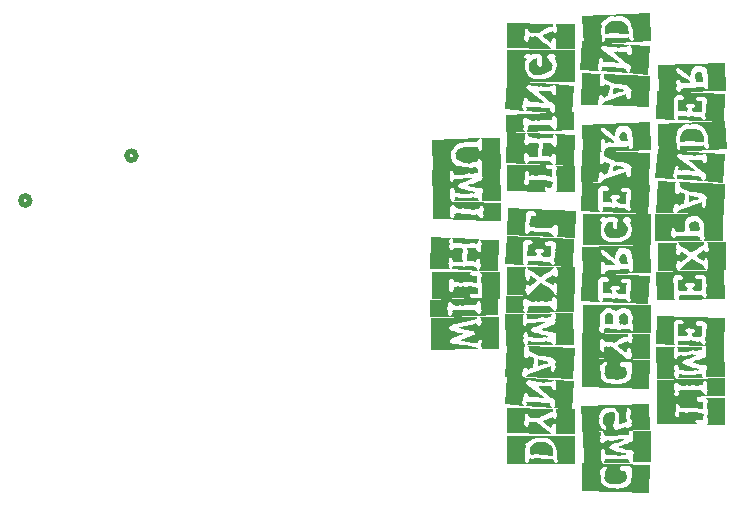
<source format=gbo>
G04 #@! TF.GenerationSoftware,KiCad,Pcbnew,8.0.8*
G04 #@! TF.CreationDate,2025-07-30T13:33:19+02:00*
G04 #@! TF.ProjectId,overlord,6f766572-6c6f-4726-942e-6b696361645f,rev?*
G04 #@! TF.SameCoordinates,Original*
G04 #@! TF.FileFunction,Legend,Bot*
G04 #@! TF.FilePolarity,Positive*
%FSLAX46Y46*%
G04 Gerber Fmt 4.6, Leading zero omitted, Abs format (unit mm)*
G04 Created by KiCad (PCBNEW 8.0.8) date 2025-07-30 13:33:19*
%MOMM*%
%LPD*%
G01*
G04 APERTURE LIST*
%ADD10C,0.152400*%
%ADD11C,0.508000*%
%ADD12C,6.100000*%
%ADD13C,4.000000*%
%ADD14R,1.200000X1.200000*%
%ADD15C,1.200000*%
%ADD16C,1.397000*%
%ADD17C,3.759200*%
%ADD18C,2.082800*%
%ADD19C,0.800000*%
%ADD20C,5.400000*%
%ADD21C,1.431000*%
%ADD22C,2.025000*%
G04 APERTURE END LIST*
D10*
G36*
X134141551Y-96450914D02*
G01*
X135749988Y-96450914D01*
X135749988Y-94193719D01*
X134132270Y-94193719D01*
X134282626Y-94317159D01*
X134206520Y-94822986D01*
X134294692Y-95270341D01*
X134294692Y-95533000D01*
X134223226Y-95735331D01*
X134278914Y-96082449D01*
X134240146Y-96267333D01*
X134150002Y-96438078D01*
X134141551Y-96450914D01*
G37*
G36*
X133349863Y-94134319D02*
G01*
X129988202Y-94134319D01*
X129988202Y-96354389D01*
X133389772Y-96389657D01*
X133243430Y-96272224D01*
X133208788Y-96158555D01*
X133208788Y-96101939D01*
X133265404Y-96021193D01*
X133683987Y-96061102D01*
X133878893Y-96027689D01*
X133878893Y-95904249D01*
X133923443Y-95540425D01*
X133265404Y-95399350D01*
X132830114Y-95399350D01*
X132661196Y-95378004D01*
X132399465Y-95424410D01*
X132233331Y-95369650D01*
X132095969Y-95399350D01*
X131863938Y-95399350D01*
X131863938Y-95630453D01*
X131787832Y-95798443D01*
X131636548Y-95798443D01*
X131491761Y-95675003D01*
X131532598Y-95111632D01*
X131532598Y-94909301D01*
X131583645Y-94729014D01*
X131643973Y-94668918D01*
X131778551Y-94668918D01*
X131869438Y-94832546D01*
X131916841Y-95015107D01*
X132233331Y-94988192D01*
X132401321Y-95055945D01*
X132806911Y-94997473D01*
X133134538Y-94997473D01*
X133810212Y-95118129D01*
X133864971Y-95062442D01*
X133837127Y-94881458D01*
X133837127Y-94486077D01*
X133509500Y-94486077D01*
X133332663Y-94413778D01*
X133312738Y-94376559D01*
X133312738Y-94228987D01*
X133349863Y-94134319D01*
G37*
G36*
X131595711Y-94107403D02*
G01*
X135690588Y-93987676D01*
X135690588Y-92466482D01*
X129928802Y-92644682D01*
X129928802Y-94134319D01*
X131674601Y-94134319D01*
X131515675Y-94018681D01*
X131417874Y-93855563D01*
X131413799Y-93813188D01*
X131446283Y-93657264D01*
X131362752Y-93357480D01*
X131392628Y-93150983D01*
X131437698Y-92960012D01*
X131536311Y-92827522D01*
X131634692Y-92827522D01*
X131658823Y-92849797D01*
X131775183Y-93010333D01*
X131942987Y-93103979D01*
X132142316Y-93146789D01*
X132290875Y-93154221D01*
X132395752Y-93108743D01*
X132723380Y-93176496D01*
X132894024Y-93094778D01*
X132947057Y-93086468D01*
X133433394Y-93145868D01*
X133580037Y-93105031D01*
X133822277Y-93105031D01*
X133859173Y-92913456D01*
X133926865Y-92733492D01*
X133966136Y-92708722D01*
X134039458Y-92708722D01*
X134166508Y-92859413D01*
X134228975Y-93037097D01*
X134235292Y-93058625D01*
X134235292Y-93450292D01*
X134235292Y-93496699D01*
X134263136Y-93529183D01*
X134234389Y-93721206D01*
X134160487Y-93894997D01*
X134094217Y-93926419D01*
X133919730Y-93823398D01*
X133828821Y-93657967D01*
X133703351Y-93520721D01*
X133662640Y-93509692D01*
X133441747Y-93540320D01*
X133038013Y-93540320D01*
X132743799Y-93540320D01*
X131960463Y-93540320D01*
X131768341Y-93627564D01*
X131830526Y-93685107D01*
X131791772Y-93866740D01*
X131687206Y-94022164D01*
X131595711Y-94107403D01*
G37*
G36*
X131655110Y-92500823D02*
G01*
X133890030Y-92500823D01*
X133803987Y-92336012D01*
X133748027Y-92180620D01*
X133541056Y-92180620D01*
X133368425Y-92149064D01*
X133334085Y-92188045D01*
X133329444Y-92188045D01*
X133291391Y-92149992D01*
X133151244Y-92203823D01*
X132430093Y-92203823D01*
X131799898Y-92160202D01*
X131799898Y-92284570D01*
X131711527Y-92454945D01*
X131655110Y-92500823D01*
G37*
G36*
X134007902Y-92440495D02*
G01*
X135690588Y-92440495D01*
X135619123Y-89771214D01*
X134104427Y-89771214D01*
X134146192Y-89944773D01*
X134146192Y-90172163D01*
X134119277Y-90405121D01*
X134146192Y-90438534D01*
X134104089Y-90630470D01*
X133965537Y-90759234D01*
X133926227Y-90775442D01*
X133819493Y-90743886D01*
X133662916Y-90855305D01*
X133482253Y-90931268D01*
X133275014Y-91002814D01*
X133065375Y-91066971D01*
X132972117Y-91093789D01*
X132972117Y-91163398D01*
X133016667Y-91215373D01*
X133208755Y-91250525D01*
X133403052Y-91294147D01*
X133576926Y-91365932D01*
X133581893Y-91378722D01*
X133797638Y-91386455D01*
X133992925Y-91415025D01*
X134166513Y-91492357D01*
X134216729Y-91598687D01*
X134146192Y-91959727D01*
X134146192Y-92365317D01*
X134007902Y-92440495D01*
G37*
G36*
X133815780Y-89827829D02*
G01*
X131638404Y-89827829D01*
X131700821Y-90009741D01*
X131740941Y-90195815D01*
X131748851Y-90243628D01*
X132378118Y-90243628D01*
X132461649Y-90220425D01*
X132491349Y-90251053D01*
X133100198Y-90135038D01*
X133118760Y-90135038D01*
X133154957Y-90164738D01*
X133727609Y-90115547D01*
X133789793Y-90115547D01*
X133789793Y-90051507D01*
X133808294Y-89863880D01*
X133815780Y-89827829D01*
G37*
G36*
X131443498Y-89883516D02*
G01*
X129876827Y-89883516D01*
X129945508Y-92560223D01*
X131653254Y-92560223D01*
X131509968Y-92428128D01*
X131434188Y-92249490D01*
X131424936Y-92189902D01*
X131452780Y-91807515D01*
X131413799Y-91704493D01*
X131428996Y-91515162D01*
X131513049Y-91343807D01*
X131605920Y-91312826D01*
X131639332Y-91312826D01*
X131749032Y-91464943D01*
X131793751Y-91655091D01*
X131815676Y-91793593D01*
X132765145Y-91867843D01*
X132809695Y-91864131D01*
X132814336Y-91835359D01*
X132797630Y-91846496D01*
X132847748Y-91902184D01*
X133307169Y-91821437D01*
X133322947Y-91821437D01*
X133358216Y-91852065D01*
X133522494Y-91809371D01*
X133522494Y-91693356D01*
X133430609Y-91693356D01*
X133233058Y-91650166D01*
X133050402Y-91606910D01*
X132830031Y-91549134D01*
X132636140Y-91491243D01*
X132431015Y-91418715D01*
X132239481Y-91331442D01*
X132091328Y-91229295D01*
X132174419Y-91049105D01*
X132325193Y-90923931D01*
X132397609Y-90912805D01*
X132617791Y-90844704D01*
X132810101Y-90781939D01*
X133011293Y-90710989D01*
X133195235Y-90636855D01*
X133362442Y-90539982D01*
X133378635Y-90517424D01*
X133052863Y-90517424D01*
X132883945Y-90490509D01*
X132788348Y-90557334D01*
X132779067Y-90557334D01*
X132746583Y-90523921D01*
X132197134Y-90604668D01*
X132085759Y-90570327D01*
X132053275Y-90609308D01*
X132046778Y-90609308D01*
X132009653Y-90575896D01*
X131760916Y-90618590D01*
X131674923Y-90789498D01*
X131628195Y-90837627D01*
X131514036Y-90837627D01*
X131363680Y-90676133D01*
X131363680Y-90448743D01*
X131419367Y-90376350D01*
X131359039Y-90380990D01*
X131363680Y-90375422D01*
X131373112Y-90174923D01*
X131408578Y-89980389D01*
X131443498Y-89883516D01*
G37*
G36*
X131504755Y-89694179D02*
G01*
X131409027Y-89534057D01*
X131384099Y-89477927D01*
X131384099Y-88519176D01*
X131384099Y-87852784D01*
X131459570Y-87678478D01*
X131622626Y-87563209D01*
X131996660Y-87563209D01*
X132175196Y-87626837D01*
X132243210Y-87801034D01*
X132245397Y-87852784D01*
X132067291Y-87939882D01*
X131868579Y-87949308D01*
X131770198Y-87949308D01*
X131770198Y-88374389D01*
X131734001Y-88637047D01*
X131759988Y-88899706D01*
X132299228Y-88899706D01*
X132432877Y-88883928D01*
X132494133Y-88949825D01*
X132547036Y-88733572D01*
X132547036Y-88687166D01*
X132364196Y-88451423D01*
X132493626Y-88311044D01*
X132695536Y-88288073D01*
X132890461Y-88294691D01*
X133085874Y-88327103D01*
X133195794Y-88426364D01*
X133195794Y-88591569D01*
X133021423Y-88662397D01*
X132885801Y-88687166D01*
X132885801Y-88747494D01*
X132962083Y-88922964D01*
X133145792Y-89001568D01*
X133348006Y-89018506D01*
X133655215Y-89018506D01*
X133708118Y-89018506D01*
X133755452Y-88871863D01*
X133730393Y-88831953D01*
X133730393Y-88488548D01*
X133791649Y-88068108D01*
X133365641Y-88068108D01*
X133255194Y-87900118D01*
X133255194Y-87767396D01*
X133428750Y-87698353D01*
X133617303Y-87685011D01*
X133803715Y-87682009D01*
X133970777Y-87741409D01*
X134135124Y-87840551D01*
X134175892Y-87951165D01*
X134175892Y-88245380D01*
X134116492Y-88338192D01*
X134116492Y-88469057D01*
X134143408Y-88464417D01*
X134134127Y-88663035D01*
X134084936Y-88761416D01*
X134081224Y-88832881D01*
X134042242Y-89306224D01*
X134116492Y-89478855D01*
X134049707Y-89652675D01*
X134015327Y-89671904D01*
X133961496Y-89671904D01*
X133789793Y-89605080D01*
X133688280Y-89449329D01*
X133529919Y-89382330D01*
X133391628Y-89411102D01*
X132762361Y-89309008D01*
X132762361Y-89365624D01*
X132746583Y-89380474D01*
X132357699Y-89322002D01*
X131972528Y-89322002D01*
X131770198Y-89343349D01*
X131770198Y-89589301D01*
X131631907Y-89698820D01*
X135620051Y-89875163D01*
X135725857Y-87447194D01*
X129989130Y-87196601D01*
X129886108Y-89622714D01*
X131504755Y-89694179D01*
G37*
G36*
X131586429Y-85918576D02*
G01*
X131458667Y-85778293D01*
X131398020Y-85692114D01*
X131398020Y-84763063D01*
X131294999Y-84069755D01*
X131363103Y-83892745D01*
X131507089Y-83768695D01*
X131536311Y-83750481D01*
X131898279Y-83750481D01*
X132081329Y-83815128D01*
X132172691Y-83992116D01*
X132182284Y-84044696D01*
X132023200Y-84151913D01*
X131835618Y-84166161D01*
X131812891Y-84166280D01*
X131711726Y-84166280D01*
X131761845Y-84572798D01*
X131736785Y-84846594D01*
X131781335Y-85116678D01*
X132313150Y-85116678D01*
X132466290Y-85072128D01*
X132529402Y-85138953D01*
X132564671Y-84904138D01*
X132564671Y-84856803D01*
X132353987Y-84619204D01*
X132448810Y-84454089D01*
X132629924Y-84409452D01*
X132689967Y-84407592D01*
X132887062Y-84414165D01*
X133084651Y-84446359D01*
X133195794Y-84544954D01*
X133195794Y-84712016D01*
X133020752Y-84800138D01*
X132909004Y-84829888D01*
X132909004Y-84882791D01*
X133011787Y-85050669D01*
X133194511Y-85105486D01*
X133376778Y-85116678D01*
X133672849Y-85079553D01*
X133722968Y-85079553D01*
X133767518Y-84959825D01*
X133730393Y-84919916D01*
X133730393Y-84549595D01*
X133730393Y-84106880D01*
X133326660Y-84106880D01*
X133200435Y-84000146D01*
X133200435Y-83842365D01*
X133367823Y-83753059D01*
X133577059Y-83734615D01*
X133729465Y-83731918D01*
X133892815Y-83750481D01*
X134064680Y-83834898D01*
X134141551Y-83989937D01*
X134141551Y-84258164D01*
X134086792Y-84359329D01*
X134086792Y-84502260D01*
X134156401Y-84499476D01*
X134156401Y-84699950D01*
X134086792Y-84807613D01*
X134086792Y-84877222D01*
X134086792Y-85329218D01*
X134175892Y-85491639D01*
X134112783Y-85669465D01*
X134080295Y-85691186D01*
X134027392Y-85691186D01*
X133849193Y-85639211D01*
X133735276Y-85488768D01*
X133584678Y-85440592D01*
X133452884Y-85471221D01*
X132826401Y-85426671D01*
X132826401Y-85474005D01*
X132813408Y-85485142D01*
X132419884Y-85485142D01*
X132019863Y-85485142D01*
X131829598Y-85530620D01*
X131829598Y-85771932D01*
X131721007Y-85889804D01*
X135701726Y-85770076D01*
X135630260Y-83352316D01*
X129875899Y-83523091D01*
X129947364Y-85918576D01*
X131586429Y-85918576D01*
G37*
G36*
X131844448Y-83369022D02*
G01*
X134156401Y-83369022D01*
X134021167Y-83235922D01*
X133967993Y-83099867D01*
X133826047Y-82960156D01*
X133669992Y-82842299D01*
X133502408Y-82728980D01*
X133343772Y-82628438D01*
X133163296Y-82519108D01*
X132960979Y-82400990D01*
X132911789Y-82400990D01*
X132313150Y-82853914D01*
X131844448Y-83369022D01*
G37*
G36*
X134146192Y-83331897D02*
G01*
X135779688Y-83331897D01*
X135779688Y-80999525D01*
X134195383Y-80999525D01*
X134257991Y-81182554D01*
X134304020Y-81372239D01*
X134324392Y-81478436D01*
X134324392Y-81687264D01*
X134216729Y-81831123D01*
X134033248Y-81782926D01*
X133925299Y-81660348D01*
X133277469Y-82152253D01*
X133431860Y-82264820D01*
X133594398Y-82374716D01*
X133772539Y-82478506D01*
X133957091Y-82542611D01*
X133967993Y-82542993D01*
X134049566Y-82373266D01*
X134060805Y-82365722D01*
X134176820Y-82365722D01*
X134245584Y-82542409D01*
X134271532Y-82749442D01*
X134281698Y-82866908D01*
X134250142Y-82961576D01*
X134286339Y-83149057D01*
X134175309Y-83302227D01*
X134146192Y-83331897D01*
G37*
G36*
X133973561Y-80999525D02*
G01*
X131738642Y-80999525D01*
X131841968Y-81160197D01*
X131870435Y-81296524D01*
X132063346Y-81361778D01*
X132230604Y-81452379D01*
X132403435Y-81557541D01*
X132563594Y-81661084D01*
X132743215Y-81781885D01*
X132840323Y-81848757D01*
X132920142Y-81848757D01*
X133108313Y-81737478D01*
X133285336Y-81626968D01*
X133451211Y-81517230D01*
X133605938Y-81408261D01*
X133776893Y-81278516D01*
X133931796Y-81149881D01*
X133973561Y-80999525D01*
G37*
G36*
X131660679Y-81038506D02*
G01*
X130047602Y-81038506D01*
X130047602Y-83405219D01*
X131825885Y-83405219D01*
X131687991Y-83270188D01*
X131603096Y-83089817D01*
X131581789Y-82991276D01*
X131617950Y-82790590D01*
X131663942Y-82607121D01*
X131716367Y-82484521D01*
X131875342Y-82581374D01*
X131888997Y-82672002D01*
X131992947Y-82672002D01*
X132570240Y-82218150D01*
X132570240Y-82153181D01*
X132041210Y-81805135D01*
X131974385Y-81805135D01*
X131942669Y-81989980D01*
X131860646Y-82157275D01*
X131786904Y-82187522D01*
X131640284Y-82065149D01*
X131596675Y-81882438D01*
X131591998Y-81840404D01*
X131591998Y-81631576D01*
X131629123Y-81586098D01*
X131591998Y-81544333D01*
X131591998Y-81335505D01*
X131621577Y-81148974D01*
X131660679Y-81038506D01*
G37*
G36*
X133845480Y-80851025D02*
G01*
X135512389Y-80851025D01*
X135512389Y-78618890D01*
X129750602Y-78618890D01*
X129750602Y-80851025D01*
X133863115Y-80851025D01*
X133697553Y-80763938D01*
X133632940Y-80707166D01*
X133558922Y-80530359D01*
X133372721Y-80472344D01*
X133336869Y-80471423D01*
X133306241Y-80494626D01*
X132569311Y-80494626D01*
X132522905Y-80451004D01*
X132480212Y-80494626D01*
X132056060Y-80494626D01*
X132022647Y-80471423D01*
X131581789Y-80471423D01*
X131512730Y-80650498D01*
X131450923Y-80748004D01*
X131279157Y-80662352D01*
X131201411Y-80490667D01*
X131176199Y-80358192D01*
X131179299Y-80165157D01*
X131193076Y-79969903D01*
X131253694Y-79792400D01*
X131264371Y-79790181D01*
X131364608Y-79790181D01*
X131474239Y-79943800D01*
X131475055Y-80051911D01*
X131661607Y-80092749D01*
X131953966Y-80092749D01*
X132082975Y-80063049D01*
X132081119Y-80092749D01*
X132177644Y-80092749D01*
X132361412Y-80052840D01*
X132361412Y-79985087D01*
X132329856Y-79950746D01*
X132329856Y-79700153D01*
X132361412Y-79305701D01*
X132397919Y-79097757D01*
X132507439Y-78940887D01*
X132689973Y-78835091D01*
X132904543Y-78785059D01*
X133124329Y-78772030D01*
X133323232Y-78805872D01*
X133507180Y-78856953D01*
X133634796Y-78968792D01*
X133801276Y-79067897D01*
X133891586Y-79252620D01*
X133947716Y-79461972D01*
X133967993Y-79569288D01*
X133967993Y-80361904D01*
X134000477Y-80646838D01*
X133897629Y-80804503D01*
X133845480Y-80851025D01*
G37*
G36*
X133475159Y-80033349D02*
G01*
X133219926Y-80033349D01*
X133096485Y-80066761D01*
X132873736Y-79998080D01*
X132741014Y-80033349D01*
X132709458Y-79442135D01*
X132845373Y-79306927D01*
X133024266Y-79246359D01*
X133191154Y-79233307D01*
X133374530Y-79265153D01*
X133514551Y-79394529D01*
X133539200Y-79459769D01*
X133506715Y-79490397D01*
X133572612Y-79831018D01*
X133508868Y-80009441D01*
X133475159Y-80033349D01*
G37*
G36*
X133581893Y-77332512D02*
G01*
X133442262Y-77192677D01*
X133237089Y-77131595D01*
X133023367Y-77094767D01*
X132852389Y-77074493D01*
X132826401Y-77099553D01*
X132679758Y-77014165D01*
X132627783Y-77339937D01*
X132657483Y-77545980D01*
X132756792Y-77545980D01*
X132935526Y-77469250D01*
X133134536Y-77415651D01*
X133321937Y-77376670D01*
X133542032Y-77338733D01*
X133581893Y-77332512D01*
G37*
G36*
X131611489Y-75897634D02*
G01*
X130005836Y-75802037D01*
X129898174Y-78497306D01*
X131382242Y-78497306D01*
X131327262Y-78317301D01*
X131325627Y-78306112D01*
X131413799Y-77933935D01*
X131442902Y-77741039D01*
X131590142Y-77636008D01*
X131752881Y-77746327D01*
X131842591Y-77892170D01*
X132003824Y-77788104D01*
X132179007Y-77724063D01*
X132215697Y-77721395D01*
X132215697Y-77633223D01*
X132334496Y-77119043D01*
X132334496Y-76922281D01*
X131920554Y-76774710D01*
X131773867Y-76890580D01*
X131651398Y-76923209D01*
X131631907Y-76922281D01*
X131502898Y-76835966D01*
X131502898Y-75958890D01*
X131611489Y-75897634D01*
G37*
G36*
X131580861Y-78536287D02*
G01*
X135641398Y-78700565D01*
X135747204Y-76034996D01*
X131817532Y-75876287D01*
X131877203Y-76063307D01*
X131888997Y-76228974D01*
X132027868Y-76369845D01*
X132201456Y-76463970D01*
X132399153Y-76554471D01*
X132592029Y-76634768D01*
X132815764Y-76722084D01*
X132876520Y-76745010D01*
X133083496Y-76749301D01*
X133273195Y-76762173D01*
X133499251Y-76792685D01*
X133694591Y-76838453D01*
X133895574Y-76917117D01*
X134073404Y-77042979D01*
X134182125Y-77203167D01*
X134193526Y-77233202D01*
X134113708Y-77496789D01*
X134143408Y-77667564D01*
X134141551Y-77687983D01*
X134104427Y-77726036D01*
X134133198Y-77862470D01*
X134017138Y-78018109D01*
X133899311Y-78102853D01*
X133772623Y-77952730D01*
X133731053Y-77757798D01*
X133730393Y-77725107D01*
X133730393Y-77616517D01*
X131881572Y-78256922D01*
X131580861Y-78536287D01*
G37*
G36*
X131529814Y-75658178D02*
G01*
X133935508Y-75844731D01*
X133794289Y-75721435D01*
X133704339Y-75543680D01*
X133683059Y-75428932D01*
X133437106Y-75410369D01*
X133365641Y-75328694D01*
X133361928Y-75402944D01*
X132468146Y-75300851D01*
X131673673Y-75300851D01*
X131667176Y-75373244D01*
X131695948Y-75408513D01*
X131687595Y-75525456D01*
X131545440Y-75647871D01*
X131529814Y-75658178D01*
G37*
G36*
X133884461Y-75841018D02*
G01*
X135556011Y-75970027D01*
X135742563Y-73553195D01*
X134035745Y-73419546D01*
X134136461Y-73578070D01*
X134188048Y-73758714D01*
X134202840Y-73949487D01*
X134197239Y-74083154D01*
X134135055Y-74261353D01*
X134074727Y-74320753D01*
X133954999Y-74311472D01*
X133831094Y-74164828D01*
X133789793Y-73994054D01*
X133100198Y-73994054D01*
X132986039Y-73985701D01*
X132962836Y-74009832D01*
X132947057Y-73994054D01*
X132707602Y-73994054D01*
X132700177Y-74101716D01*
X132883146Y-74239761D01*
X133057323Y-74376038D01*
X133222708Y-74510548D01*
X133379302Y-74643290D01*
X133527103Y-74774265D01*
X133666113Y-74903473D01*
X133719256Y-74954661D01*
X133915008Y-75002557D01*
X134062081Y-75134949D01*
X134107211Y-75257229D01*
X134076583Y-75639616D01*
X133884461Y-75841018D01*
G37*
G36*
X134043170Y-73420474D02*
G01*
X130005836Y-73106768D01*
X129819284Y-75523600D01*
X131450923Y-75650753D01*
X131358256Y-75481153D01*
X131328411Y-75365819D01*
X131447211Y-74680865D01*
X131558412Y-74524418D01*
X131637476Y-74486887D01*
X131776995Y-74618337D01*
X131789688Y-74645596D01*
X131775766Y-74833077D01*
X131992019Y-74850711D01*
X132060700Y-74932386D01*
X132063484Y-74859992D01*
X132164650Y-74898974D01*
X132213840Y-74901758D01*
X132246325Y-74873914D01*
X132364196Y-74915680D01*
X132503415Y-74890620D01*
X133092773Y-74969511D01*
X133228279Y-74981576D01*
X131617057Y-73765736D01*
X131629123Y-73611667D01*
X131783732Y-73507199D01*
X131793401Y-73491939D01*
X132434734Y-73575470D01*
X132687183Y-73595889D01*
X132722452Y-73637655D01*
X132900651Y-73580111D01*
X133128969Y-73666426D01*
X133305313Y-73609811D01*
X133512242Y-73614392D01*
X133717516Y-73588085D01*
X133908651Y-73518275D01*
X134043170Y-73420474D01*
G37*
G36*
X133275919Y-71408107D02*
G01*
X133475275Y-71473678D01*
X133664852Y-71581975D01*
X133800263Y-71722575D01*
X133881510Y-71895477D01*
X133908593Y-72100683D01*
X133966136Y-72352204D01*
X133933652Y-72510914D01*
X132404106Y-72423670D01*
X132211056Y-72495135D01*
X131948397Y-72470076D01*
X131948397Y-72098827D01*
X131969182Y-71945001D01*
X132061559Y-71757260D01*
X132203012Y-71609259D01*
X132369291Y-71494491D01*
X132539612Y-71407375D01*
X132636136Y-71437075D01*
X132887658Y-71392526D01*
X133014810Y-71418513D01*
X133138251Y-71379532D01*
X133275919Y-71408107D01*
G37*
G36*
X135852082Y-73116978D02*
G01*
X130132989Y-73399127D01*
X130080911Y-72274242D01*
X131579004Y-72274242D01*
X131679242Y-72897013D01*
X131679242Y-73028806D01*
X131680172Y-73054850D01*
X131785048Y-73210718D01*
X131801348Y-73210258D01*
X131948397Y-73092847D01*
X131948397Y-72856175D01*
X132103394Y-72833900D01*
X132200847Y-72846894D01*
X132516408Y-72824619D01*
X133445459Y-72824619D01*
X133537344Y-72804200D01*
X133767518Y-72816266D01*
X133944789Y-72790278D01*
X133956957Y-72826805D01*
X134052303Y-73006788D01*
X134219514Y-73091918D01*
X134235292Y-73091918D01*
X134362445Y-72946203D01*
X134362445Y-72816266D01*
X134326248Y-72785638D01*
X134326248Y-72728094D01*
X134343882Y-72709532D01*
X134294692Y-72659413D01*
X134294692Y-72180502D01*
X134244473Y-72003689D01*
X134176118Y-71794992D01*
X134106168Y-71617213D01*
X134016487Y-71438468D01*
X133886746Y-71269384D01*
X133712759Y-71191123D01*
X133382347Y-71012923D01*
X132880233Y-71012923D01*
X132752152Y-71041695D01*
X132618502Y-71017564D01*
X132437518Y-71017564D01*
X132264985Y-71094787D01*
X132090469Y-71180290D01*
X131929835Y-71299713D01*
X131861415Y-71360592D01*
X131727163Y-71491218D01*
X131617986Y-71648687D01*
X131617986Y-71695094D01*
X131657895Y-71728506D01*
X131579004Y-72274242D01*
X130080911Y-72274242D01*
X130021614Y-70993433D01*
X135739779Y-70744696D01*
X135852082Y-73116978D01*
G37*
G36*
X131504755Y-70667662D02*
G01*
X131409027Y-70507540D01*
X131384099Y-70451409D01*
X131384099Y-69492658D01*
X131384099Y-68826266D01*
X131459570Y-68651960D01*
X131622626Y-68536692D01*
X131996660Y-68536692D01*
X132175196Y-68600319D01*
X132243210Y-68774516D01*
X132245397Y-68826266D01*
X132067291Y-68913364D01*
X131868579Y-68922791D01*
X131770198Y-68922791D01*
X131770198Y-69347871D01*
X131734001Y-69610530D01*
X131759988Y-69873188D01*
X132299228Y-69873188D01*
X132432877Y-69857410D01*
X132494133Y-69923307D01*
X132547036Y-69707054D01*
X132547036Y-69660648D01*
X132364196Y-69424905D01*
X132493626Y-69284527D01*
X132695536Y-69261556D01*
X132890461Y-69268173D01*
X133085874Y-69300585D01*
X133195794Y-69399846D01*
X133195794Y-69565052D01*
X133021423Y-69635879D01*
X132885801Y-69660648D01*
X132885801Y-69720976D01*
X132962083Y-69896446D01*
X133145792Y-69975050D01*
X133348006Y-69991988D01*
X133655215Y-69991988D01*
X133708118Y-69991988D01*
X133755452Y-69845345D01*
X133730393Y-69805435D01*
X133730393Y-69462030D01*
X133791649Y-69041590D01*
X133365641Y-69041590D01*
X133255194Y-68873600D01*
X133255194Y-68740879D01*
X133428750Y-68671835D01*
X133617303Y-68658493D01*
X133803715Y-68655491D01*
X133970777Y-68714891D01*
X134135124Y-68814034D01*
X134175892Y-68924647D01*
X134175892Y-69218862D01*
X134116492Y-69311674D01*
X134116492Y-69442539D01*
X134143408Y-69437899D01*
X134134127Y-69636517D01*
X134084936Y-69734898D01*
X134081224Y-69806364D01*
X134042242Y-70279706D01*
X134116492Y-70452337D01*
X134049707Y-70626157D01*
X134015327Y-70645387D01*
X133961496Y-70645387D01*
X133789793Y-70578562D01*
X133688280Y-70422811D01*
X133529919Y-70355812D01*
X133391628Y-70384584D01*
X132762361Y-70282491D01*
X132762361Y-70339106D01*
X132746583Y-70353956D01*
X132357699Y-70295484D01*
X131972528Y-70295484D01*
X131770198Y-70316831D01*
X131770198Y-70562784D01*
X131631907Y-70672302D01*
X135620051Y-70848646D01*
X135725857Y-68420676D01*
X129989130Y-68170083D01*
X129886108Y-70596196D01*
X131504755Y-70667662D01*
G37*
G36*
X131834238Y-68280530D02*
G01*
X135833519Y-68152449D01*
X135743491Y-65799657D01*
X130016974Y-66024263D01*
X130108858Y-68378911D01*
X131786904Y-68312086D01*
X131637806Y-68196564D01*
X131568795Y-68035505D01*
X131621698Y-67693956D01*
X131579933Y-67457285D01*
X131642334Y-67278811D01*
X131795257Y-67181632D01*
X131914199Y-67338718D01*
X131972243Y-67523944D01*
X131978097Y-67546385D01*
X132330784Y-67496266D01*
X132599011Y-67519469D01*
X132825473Y-67465638D01*
X132505271Y-67203907D01*
X132342059Y-67097987D01*
X132149416Y-66967774D01*
X131985312Y-66850149D01*
X131820316Y-66720819D01*
X131681185Y-66591585D01*
X131591998Y-66439134D01*
X131591998Y-66377878D01*
X131639332Y-66201535D01*
X131829031Y-66262617D01*
X132010233Y-66371207D01*
X132194683Y-66503174D01*
X132364138Y-66635896D01*
X132553055Y-66792749D01*
X132707514Y-66926224D01*
X132761433Y-66973733D01*
X132798021Y-66764905D01*
X132842354Y-66583921D01*
X132908659Y-66396846D01*
X133004198Y-66229784D01*
X133158687Y-66104488D01*
X133270972Y-66082735D01*
X133472134Y-66086332D01*
X133662660Y-66099253D01*
X133856059Y-66132364D01*
X133928083Y-66157913D01*
X134083127Y-66271390D01*
X134158490Y-66448415D01*
X134211172Y-66658349D01*
X134246695Y-66867147D01*
X134276330Y-67112259D01*
X134294692Y-67319923D01*
X134294692Y-67727368D01*
X134285175Y-67925102D01*
X134214655Y-68099035D01*
X134197239Y-68102330D01*
X134163826Y-68102330D01*
X133987848Y-68027153D01*
X133938293Y-67835959D01*
X133649646Y-67876796D01*
X133249625Y-67876796D01*
X133145676Y-67894431D01*
X132779995Y-67894431D01*
X132344706Y-67894431D01*
X132031000Y-67983530D01*
X131954022Y-68161578D01*
X131834238Y-68280530D01*
G37*
G36*
X133849193Y-67367257D02*
G01*
X133841768Y-67389532D01*
X133262619Y-67389532D01*
X133225821Y-67206590D01*
X133225494Y-67166782D01*
X133195794Y-67180704D01*
X133231991Y-67172351D01*
X133166094Y-67056336D01*
X133185295Y-66851279D01*
X133263297Y-66677346D01*
X133436102Y-66589465D01*
X133473303Y-66587634D01*
X133573540Y-66587634D01*
X133741516Y-66697268D01*
X133810429Y-66892174D01*
X133839502Y-67102307D01*
X133848924Y-67319292D01*
X133849193Y-67367257D01*
G37*
G36*
X129365988Y-99816286D02*
G01*
X129293595Y-102226621D01*
X123568933Y-102055847D01*
X123620932Y-100255288D01*
X125176442Y-100255288D01*
X125178298Y-101146286D01*
X125255506Y-101309215D01*
X125392966Y-101482328D01*
X125575926Y-101621496D01*
X125755054Y-101708392D01*
X125963302Y-101773563D01*
X126200669Y-101817011D01*
X126397804Y-101835340D01*
X126611320Y-101841450D01*
X126816993Y-101820173D01*
X127059755Y-101776501D01*
X127266553Y-101715339D01*
X127474474Y-101614292D01*
X127626200Y-101485919D01*
X127734095Y-101295798D01*
X127762192Y-101107305D01*
X127803958Y-100860425D01*
X127803958Y-100393579D01*
X127880992Y-100300766D01*
X127860805Y-100156211D01*
X127741893Y-100009398D01*
X127558005Y-99970355D01*
X126977928Y-99970355D01*
X126811794Y-100026970D01*
X126811794Y-100089154D01*
X126839766Y-100232723D01*
X126978933Y-100357150D01*
X127165409Y-100386154D01*
X127299109Y-100457687D01*
X127373715Y-100629960D01*
X127405793Y-100819587D01*
X127405793Y-100941171D01*
X127402679Y-100989125D01*
X127327936Y-101160857D01*
X127180786Y-101284761D01*
X126993928Y-101371381D01*
X126795393Y-101429755D01*
X126608535Y-101467417D01*
X126573267Y-101464632D01*
X126223364Y-101425651D01*
X126006184Y-101425651D01*
X125835859Y-101367756D01*
X125663576Y-101262037D01*
X125544642Y-101104136D01*
X125504997Y-100904974D01*
X125538410Y-100874346D01*
X125519847Y-100676656D01*
X125519847Y-100550431D01*
X125533769Y-100438071D01*
X125615778Y-100257216D01*
X125742597Y-100105861D01*
X125742597Y-100033467D01*
X125644216Y-99915595D01*
X125628438Y-99915595D01*
X125451474Y-99981325D01*
X125312238Y-100108761D01*
X125193148Y-100259001D01*
X125176442Y-100255288D01*
X123620932Y-100255288D01*
X123638542Y-99645512D01*
X129365988Y-99816286D01*
G37*
G36*
X125445598Y-99680780D02*
G01*
X127696295Y-99680780D01*
X127603498Y-99517046D01*
X127545939Y-99359650D01*
X127335256Y-99359650D01*
X127160769Y-99328094D01*
X127128284Y-99368003D01*
X127123644Y-99368003D01*
X127084662Y-99328094D01*
X126945444Y-99383781D01*
X126222436Y-99383781D01*
X125594097Y-99344800D01*
X125594097Y-99465456D01*
X125503460Y-99634630D01*
X125445598Y-99680780D01*
G37*
G36*
X127820664Y-99617668D02*
G01*
X129490357Y-99617668D01*
X129413323Y-96942818D01*
X127897698Y-96942818D01*
X127940392Y-97119161D01*
X127940392Y-97344695D01*
X127915332Y-97579510D01*
X127956170Y-97614779D01*
X127913179Y-97805345D01*
X127771704Y-97935006D01*
X127731564Y-97951688D01*
X127622974Y-97920131D01*
X127464265Y-98031550D01*
X127281033Y-98107513D01*
X127070813Y-98179059D01*
X126858142Y-98243216D01*
X126763532Y-98270034D01*
X126763532Y-98343355D01*
X126813651Y-98391618D01*
X127004793Y-98426803D01*
X127198133Y-98470570D01*
X127371150Y-98542939D01*
X127376093Y-98555896D01*
X127592784Y-98563694D01*
X127788927Y-98592505D01*
X127963277Y-98670489D01*
X128013713Y-98777717D01*
X127940392Y-99138757D01*
X127940392Y-99543418D01*
X127820664Y-99617668D01*
G37*
G36*
X127609980Y-97007787D02*
G01*
X125425179Y-97007787D01*
X125488059Y-97189699D01*
X125529240Y-97375773D01*
X125537482Y-97423586D01*
X126168605Y-97423586D01*
X126250280Y-97398526D01*
X126281836Y-97429154D01*
X126893469Y-97309427D01*
X126912032Y-97309427D01*
X126943588Y-97340055D01*
X127523665Y-97291792D01*
X127583993Y-97291792D01*
X127583993Y-97227752D01*
X127603889Y-97036399D01*
X127609980Y-97007787D01*
G37*
G36*
X125225632Y-97066258D02*
G01*
X123684020Y-97066258D01*
X123761055Y-99740180D01*
X125435388Y-99740180D01*
X125303715Y-99591404D01*
X125244035Y-99414627D01*
X125235842Y-99351297D01*
X125235842Y-98987473D01*
X125207998Y-98890020D01*
X125223269Y-98697996D01*
X125307728Y-98524205D01*
X125401048Y-98492783D01*
X125435388Y-98492783D01*
X125543881Y-98645195D01*
X125588656Y-98835709D01*
X125610803Y-98974479D01*
X126561201Y-99046873D01*
X126605751Y-99046873D01*
X126612248Y-99014388D01*
X126594614Y-99025526D01*
X126643804Y-99080285D01*
X127100441Y-98999538D01*
X127118075Y-98999538D01*
X127155200Y-99031094D01*
X127316693Y-98988401D01*
X127316693Y-98872385D01*
X127224809Y-98872385D01*
X127026901Y-98829361D01*
X126843873Y-98786255D01*
X126622979Y-98728653D01*
X126428538Y-98670907D01*
X126222683Y-98598519D01*
X126030213Y-98511356D01*
X125880887Y-98409252D01*
X125963559Y-98227478D01*
X126114470Y-98101202D01*
X126187168Y-98089978D01*
X126407785Y-98021021D01*
X126600472Y-97957546D01*
X126802054Y-97885911D01*
X126986344Y-97811256D01*
X127153841Y-97714238D01*
X127170050Y-97691813D01*
X126844279Y-97691813D01*
X126671648Y-97668610D01*
X126579764Y-97734507D01*
X126570482Y-97734507D01*
X126537070Y-97699238D01*
X125983909Y-97781841D01*
X125877175Y-97748429D01*
X125841906Y-97788338D01*
X125836337Y-97788338D01*
X125800140Y-97753997D01*
X125551404Y-97799475D01*
X125465148Y-97969660D01*
X125417754Y-98017584D01*
X125304523Y-98017584D01*
X125173658Y-97857947D01*
X125173658Y-97624988D01*
X125212639Y-97543314D01*
X125157879Y-97570229D01*
X125173658Y-97554451D01*
X125179799Y-97353554D01*
X125202893Y-97160811D01*
X125225632Y-97066258D01*
G37*
G36*
X129373413Y-96906621D02*
G01*
X123613483Y-97082965D01*
X123584504Y-96133495D01*
X125026086Y-96133495D01*
X125026086Y-96154842D01*
X125067365Y-96280734D01*
X125140187Y-96463037D01*
X125234214Y-96636396D01*
X125370851Y-96790494D01*
X125559757Y-96859287D01*
X125616372Y-96859287D01*
X125683197Y-96691297D01*
X125683197Y-96656028D01*
X125666665Y-96586825D01*
X125558172Y-96429708D01*
X125418682Y-96289420D01*
X125376916Y-96047180D01*
X125414354Y-95870442D01*
X125481461Y-95673335D01*
X125592931Y-95506183D01*
X125767656Y-95433690D01*
X126018249Y-95344591D01*
X126215208Y-95370286D01*
X126377550Y-95484489D01*
X126425695Y-95669434D01*
X126420620Y-95855489D01*
X126396459Y-96073559D01*
X126344484Y-96262200D01*
X126217796Y-96423997D01*
X126217796Y-96472260D01*
X126234792Y-96586999D01*
X126334911Y-96746232D01*
X126489736Y-96854646D01*
X127359387Y-96651388D01*
X127457768Y-96681087D01*
X127642928Y-96663395D01*
X127811143Y-96581292D01*
X127880992Y-96398010D01*
X127784467Y-96256935D01*
X127831801Y-96217954D01*
X127811615Y-96082912D01*
X127714858Y-95911674D01*
X127762192Y-95343662D01*
X127762192Y-95192378D01*
X127581208Y-95018819D01*
X127462408Y-95018819D01*
X127422122Y-95110443D01*
X127381972Y-95299415D01*
X127350474Y-95482662D01*
X127321334Y-95670362D01*
X127441062Y-96233732D01*
X126836854Y-96354388D01*
X126745898Y-96354388D01*
X126705060Y-96164123D01*
X126740561Y-96011215D01*
X126752394Y-95816077D01*
X126752394Y-95596112D01*
X126728901Y-95497847D01*
X126633461Y-95336187D01*
X126504249Y-95175796D01*
X126376505Y-95037382D01*
X125977412Y-94988191D01*
X125842342Y-94999161D01*
X125658370Y-95045503D01*
X125485101Y-95117143D01*
X125302667Y-95217438D01*
X125199586Y-95344247D01*
X125106601Y-95526735D01*
X125061297Y-95707313D01*
X125051145Y-95905177D01*
X125093839Y-95905177D01*
X125026086Y-96133495D01*
X123584504Y-96133495D01*
X123546658Y-94893523D01*
X129306588Y-94719964D01*
X129373413Y-96906621D01*
G37*
G36*
X129365988Y-90976845D02*
G01*
X129293595Y-93387180D01*
X123568933Y-93216405D01*
X123620932Y-91415847D01*
X125176442Y-91415847D01*
X125178298Y-92306845D01*
X125255506Y-92469774D01*
X125392966Y-92642886D01*
X125575926Y-92782054D01*
X125755054Y-92868950D01*
X125963302Y-92934121D01*
X126200669Y-92977569D01*
X126397804Y-92995899D01*
X126611320Y-93002009D01*
X126816993Y-92980732D01*
X127059755Y-92937059D01*
X127266553Y-92875897D01*
X127474474Y-92774851D01*
X127626200Y-92646477D01*
X127734095Y-92456357D01*
X127762192Y-92267863D01*
X127803958Y-92020983D01*
X127803958Y-91554137D01*
X127880992Y-91461325D01*
X127860805Y-91316770D01*
X127741893Y-91169956D01*
X127558005Y-91130913D01*
X126977928Y-91130913D01*
X126811794Y-91187528D01*
X126811794Y-91249713D01*
X126839766Y-91393282D01*
X126978933Y-91517708D01*
X127165409Y-91546712D01*
X127299109Y-91618245D01*
X127373715Y-91790518D01*
X127405793Y-91980145D01*
X127405793Y-92101729D01*
X127402679Y-92149684D01*
X127327936Y-92321415D01*
X127180786Y-92445319D01*
X126993928Y-92531939D01*
X126795393Y-92590314D01*
X126608535Y-92627975D01*
X126573267Y-92625191D01*
X126223364Y-92586210D01*
X126006184Y-92586210D01*
X125835859Y-92528314D01*
X125663576Y-92422595D01*
X125544642Y-92264694D01*
X125504997Y-92065533D01*
X125538410Y-92034905D01*
X125519847Y-91837214D01*
X125519847Y-91710990D01*
X125533769Y-91598629D01*
X125615778Y-91417775D01*
X125742597Y-91266419D01*
X125742597Y-91194025D01*
X125644216Y-91076154D01*
X125628438Y-91076154D01*
X125451474Y-91141884D01*
X125312238Y-91269319D01*
X125193148Y-91419559D01*
X125176442Y-91415847D01*
X123620932Y-91415847D01*
X123638542Y-90806070D01*
X129365988Y-90976845D01*
G37*
G36*
X127769617Y-90871039D02*
G01*
X129365988Y-90871039D01*
X129365988Y-88762344D01*
X127804886Y-88762344D01*
X127834053Y-88950288D01*
X127911620Y-89118743D01*
X127882058Y-89319739D01*
X127824398Y-89501651D01*
X127779826Y-89534542D01*
X127714858Y-89534542D01*
X127548107Y-89449676D01*
X127509743Y-89370264D01*
X126651229Y-89704388D01*
X126651229Y-89768429D01*
X126784299Y-89897902D01*
X126929476Y-90016520D01*
X127101477Y-90140113D01*
X127270258Y-90250008D01*
X127393727Y-90325302D01*
X127461107Y-90134928D01*
X127540299Y-89961698D01*
X127589561Y-89890941D01*
X127750646Y-90000272D01*
X127798389Y-90070069D01*
X127798389Y-90290962D01*
X127821592Y-90419043D01*
X127813014Y-90610502D01*
X127784590Y-90804697D01*
X127769617Y-90871039D01*
G37*
G36*
X127497677Y-88740069D02*
G01*
X123604202Y-88665819D01*
X123604202Y-90773586D01*
X127388159Y-90845979D01*
X127260360Y-90696465D01*
X127105355Y-90563141D01*
X126935769Y-90445618D01*
X126814579Y-90372637D01*
X126673228Y-90239727D01*
X126515996Y-90098510D01*
X126355851Y-89965600D01*
X126190747Y-89850411D01*
X126071152Y-89805554D01*
X125783434Y-89829685D01*
X125687838Y-89796272D01*
X125488291Y-89828757D01*
X125488291Y-89983753D01*
X125460352Y-90171616D01*
X125361138Y-90245484D01*
X125182221Y-90170948D01*
X125099408Y-90008813D01*
X125148598Y-89509482D01*
X125148598Y-89258889D01*
X125295242Y-89101108D01*
X125345360Y-89101108D01*
X125458910Y-89251348D01*
X125556472Y-89433057D01*
X125579247Y-89477926D01*
X126108277Y-89477926D01*
X126344020Y-89518764D01*
X126453539Y-89408317D01*
X126630042Y-89309341D01*
X126832194Y-89204180D01*
X127013817Y-89119638D01*
X127204666Y-89045407D01*
X127389960Y-88996331D01*
X127497677Y-88986021D01*
X127497677Y-88740069D01*
G37*
G36*
X125207998Y-88654681D02*
G01*
X125119536Y-88486822D01*
X125087342Y-88386454D01*
X125118898Y-88030055D01*
X125118898Y-87997570D01*
X125118898Y-87544646D01*
X125162520Y-87159475D01*
X125231955Y-86987236D01*
X125355396Y-86847322D01*
X125514036Y-86708432D01*
X125656281Y-86599817D01*
X125877175Y-86599817D01*
X125877175Y-86534849D01*
X125905946Y-86534849D01*
X126091767Y-86572155D01*
X126191808Y-86729755D01*
X126393211Y-86729755D01*
X126500873Y-86806789D01*
X126648909Y-86687815D01*
X126819219Y-86602834D01*
X127011805Y-86551845D01*
X127198590Y-86535114D01*
X127226665Y-86534849D01*
X127643392Y-86753886D01*
X127719034Y-86932085D01*
X127801173Y-86991485D01*
X127862081Y-87174844D01*
X127890273Y-87259713D01*
X127890273Y-87385009D01*
X127906051Y-87521443D01*
X127821998Y-87692493D01*
X127820664Y-87737696D01*
X127820664Y-87813802D01*
X127898183Y-87984193D01*
X127928700Y-88168378D01*
X127939924Y-88377582D01*
X127940392Y-88436572D01*
X127816023Y-88518247D01*
X127654182Y-88417836D01*
X127643392Y-88357682D01*
X126975144Y-88357682D01*
X126797872Y-88388310D01*
X125685053Y-88289929D01*
X125685053Y-88326126D01*
X125667419Y-88326126D01*
X125631222Y-88285288D01*
X125474369Y-88369748D01*
X125474369Y-88429147D01*
X125504997Y-88463488D01*
X125504997Y-88482979D01*
X125474369Y-88654681D01*
X129425388Y-88654681D01*
X129425388Y-86278687D01*
X123663602Y-86278687D01*
X123663602Y-88654681D01*
X125207998Y-88654681D01*
G37*
G36*
X127465193Y-87935386D02*
G01*
X127361243Y-87935386D01*
X127377021Y-87965086D01*
X127367740Y-87933530D01*
X127168193Y-87967870D01*
X126977000Y-87934458D01*
X126752394Y-87991074D01*
X126752394Y-87978080D01*
X126787663Y-87943739D01*
X126752394Y-87766468D01*
X126752394Y-87741408D01*
X126787663Y-87601262D01*
X126752394Y-87564137D01*
X126752394Y-87542790D01*
X126765446Y-87355433D01*
X126823454Y-87165922D01*
X126961222Y-87025942D01*
X127123644Y-86991485D01*
X127186756Y-86991485D01*
X127369132Y-87066199D01*
X127475625Y-87236932D01*
X127494893Y-87290341D01*
X127494168Y-87476169D01*
X127490716Y-87683415D01*
X127480855Y-87872393D01*
X127465193Y-87935386D01*
G37*
G36*
X126218724Y-87947452D02*
G01*
X126218724Y-87951164D01*
X126022890Y-87951164D01*
X125819631Y-87919608D01*
X125632744Y-87913328D01*
X125530985Y-87881555D01*
X125530985Y-87676440D01*
X125559309Y-87469488D01*
X125599160Y-87267448D01*
X125662244Y-87076631D01*
X125789003Y-86958073D01*
X126092499Y-86958073D01*
X126205049Y-87120784D01*
X126268358Y-87307660D01*
X126277196Y-87412853D01*
X126218724Y-87947452D01*
G37*
G36*
X125120755Y-86078212D02*
G01*
X125025027Y-85918090D01*
X125000099Y-85861960D01*
X125000099Y-84903209D01*
X125000099Y-84236817D01*
X125075570Y-84062511D01*
X125238626Y-83947242D01*
X125612660Y-83947242D01*
X125791196Y-84010870D01*
X125859210Y-84185067D01*
X125861397Y-84236817D01*
X125683291Y-84323915D01*
X125484579Y-84333341D01*
X125386198Y-84333341D01*
X125386198Y-84758422D01*
X125350001Y-85021080D01*
X125375988Y-85283739D01*
X125915228Y-85283739D01*
X126048877Y-85267961D01*
X126110133Y-85333858D01*
X126163036Y-85117605D01*
X126163036Y-85071199D01*
X125980196Y-84835456D01*
X126109626Y-84695077D01*
X126311536Y-84672106D01*
X126506461Y-84678724D01*
X126701874Y-84711135D01*
X126811794Y-84810397D01*
X126811794Y-84975602D01*
X126637423Y-85046430D01*
X126501801Y-85071199D01*
X126501801Y-85131527D01*
X126578083Y-85306997D01*
X126761792Y-85385601D01*
X126964006Y-85402539D01*
X127271215Y-85402539D01*
X127324118Y-85402539D01*
X127371452Y-85255896D01*
X127346393Y-85215986D01*
X127346393Y-84872581D01*
X127407649Y-84452141D01*
X126981641Y-84452141D01*
X126871194Y-84284151D01*
X126871194Y-84151429D01*
X127044750Y-84082386D01*
X127233303Y-84069044D01*
X127419715Y-84066042D01*
X127586777Y-84125442D01*
X127751124Y-84224584D01*
X127791892Y-84335198D01*
X127791892Y-84629413D01*
X127732492Y-84722225D01*
X127732492Y-84853090D01*
X127759408Y-84848450D01*
X127750127Y-85047068D01*
X127700936Y-85145449D01*
X127697224Y-85216914D01*
X127658242Y-85690257D01*
X127732492Y-85862888D01*
X127665707Y-86036708D01*
X127631327Y-86055937D01*
X127577496Y-86055937D01*
X127405793Y-85989113D01*
X127304280Y-85833362D01*
X127145919Y-85766363D01*
X127007628Y-85795135D01*
X126378361Y-85693041D01*
X126378361Y-85749657D01*
X126362583Y-85764507D01*
X125973699Y-85706035D01*
X125588528Y-85706035D01*
X125386198Y-85727382D01*
X125386198Y-85973334D01*
X125247907Y-86082853D01*
X129236051Y-86259196D01*
X129341857Y-83831227D01*
X123605130Y-83580634D01*
X123502108Y-86006747D01*
X125120755Y-86078212D01*
G37*
G36*
X125450238Y-83691080D02*
G01*
X129449519Y-83563000D01*
X129359491Y-81210208D01*
X123632974Y-81434814D01*
X123724858Y-83789462D01*
X125402904Y-83722637D01*
X125253806Y-83607114D01*
X125184795Y-83446056D01*
X125237698Y-83104507D01*
X125195933Y-82867836D01*
X125258334Y-82689361D01*
X125411257Y-82592183D01*
X125530199Y-82749269D01*
X125588243Y-82934495D01*
X125594097Y-82956935D01*
X125946784Y-82906817D01*
X126215011Y-82930020D01*
X126441473Y-82876189D01*
X126121271Y-82614458D01*
X125958059Y-82508538D01*
X125765416Y-82378325D01*
X125601312Y-82260700D01*
X125436316Y-82131370D01*
X125297185Y-82002136D01*
X125207998Y-81849685D01*
X125207998Y-81788429D01*
X125255332Y-81612085D01*
X125445031Y-81673167D01*
X125626233Y-81781758D01*
X125810683Y-81913725D01*
X125980138Y-82046447D01*
X126169055Y-82203300D01*
X126323514Y-82336775D01*
X126377433Y-82384284D01*
X126414021Y-82175456D01*
X126458354Y-81994472D01*
X126524659Y-81807397D01*
X126620198Y-81640335D01*
X126774687Y-81515039D01*
X126886972Y-81493286D01*
X127088134Y-81496883D01*
X127278660Y-81509804D01*
X127472059Y-81542915D01*
X127544083Y-81568464D01*
X127699127Y-81681941D01*
X127774490Y-81858966D01*
X127827172Y-82068899D01*
X127862695Y-82277698D01*
X127892330Y-82522810D01*
X127910692Y-82730473D01*
X127910692Y-83137919D01*
X127901175Y-83335653D01*
X127830655Y-83509585D01*
X127813239Y-83512881D01*
X127779826Y-83512881D01*
X127603848Y-83437704D01*
X127554293Y-83246510D01*
X127265646Y-83287347D01*
X126865625Y-83287347D01*
X126761676Y-83304981D01*
X126395995Y-83304981D01*
X125960706Y-83304981D01*
X125647000Y-83394081D01*
X125570022Y-83572128D01*
X125450238Y-83691080D01*
G37*
G36*
X127465193Y-82777808D02*
G01*
X127457768Y-82800083D01*
X126878619Y-82800083D01*
X126841821Y-82617141D01*
X126841494Y-82577333D01*
X126811794Y-82591255D01*
X126847991Y-82582902D01*
X126782094Y-82466886D01*
X126801295Y-82261829D01*
X126879297Y-82087897D01*
X127052102Y-82000015D01*
X127089303Y-81998184D01*
X127189540Y-81998184D01*
X127357516Y-82107819D01*
X127426429Y-82302725D01*
X127455502Y-82512858D01*
X127464924Y-82729843D01*
X127465193Y-82777808D01*
G37*
G36*
X129425388Y-81240836D02*
G01*
X123663602Y-81240836D01*
X123663602Y-79108010D01*
X125110545Y-79108010D01*
X125129126Y-79199046D01*
X125300810Y-79280641D01*
X125289843Y-79378916D01*
X125207998Y-79548868D01*
X125207998Y-80189273D01*
X125258304Y-80334737D01*
X125337333Y-80506433D01*
X125455328Y-80685282D01*
X125594669Y-80824387D01*
X125755355Y-80923748D01*
X125937386Y-80983365D01*
X126140762Y-81003237D01*
X126168605Y-81003237D01*
X126325458Y-80968896D01*
X126514795Y-81003237D01*
X126541711Y-81003237D01*
X126691776Y-80994376D01*
X126879196Y-80958380D01*
X127066434Y-80894694D01*
X127253490Y-80803318D01*
X127440366Y-80684253D01*
X127589735Y-80569064D01*
X127738989Y-80436154D01*
X127862429Y-79832874D01*
X127691655Y-79248157D01*
X127737608Y-79228488D01*
X127794676Y-79046754D01*
X127747844Y-78994348D01*
X127584408Y-78894864D01*
X127390015Y-78864842D01*
X127310182Y-78868641D01*
X127124237Y-78933470D01*
X127049394Y-79108010D01*
X127049394Y-79194325D01*
X127099744Y-79244589D01*
X127231306Y-79380414D01*
X127361243Y-79526593D01*
X127465193Y-79699224D01*
X127496749Y-79795749D01*
X127483788Y-79960944D01*
X127422093Y-80159631D01*
X127309591Y-80320302D01*
X127146281Y-80442955D01*
X126965863Y-80517829D01*
X126533357Y-80650550D01*
X126511083Y-80628275D01*
X126494376Y-80646838D01*
X126447042Y-80646838D01*
X126354230Y-80616210D01*
X126174174Y-80646838D01*
X126140506Y-80646237D01*
X125954562Y-80617392D01*
X125772435Y-80529057D01*
X125627791Y-80381830D01*
X125533644Y-80208765D01*
X125476226Y-80031492D01*
X125498577Y-79897307D01*
X125544675Y-79702995D01*
X125614588Y-79518215D01*
X125732576Y-79353966D01*
X125919868Y-79280641D01*
X126150043Y-79246300D01*
X126211299Y-79296419D01*
X126211299Y-79603628D01*
X126221218Y-79727271D01*
X126310768Y-79907407D01*
X126493448Y-79967452D01*
X126574195Y-79824521D01*
X126574195Y-79570215D01*
X126633595Y-79105226D01*
X126633322Y-79093078D01*
X126535108Y-78925559D01*
X126354230Y-78864842D01*
X126230789Y-78864842D01*
X126048587Y-78868844D01*
X125861784Y-78885105D01*
X125676700Y-78928882D01*
X125485507Y-78895470D01*
X125361138Y-78895470D01*
X125189834Y-78936151D01*
X125110545Y-79108010D01*
X123663602Y-79108010D01*
X123663602Y-78567843D01*
X129425388Y-78567843D01*
X129425388Y-81240836D01*
G37*
G36*
X125120755Y-78389643D02*
G01*
X125025027Y-78229521D01*
X125000099Y-78173390D01*
X125000099Y-77214639D01*
X125000099Y-76548247D01*
X125075570Y-76373941D01*
X125238626Y-76258673D01*
X125612660Y-76258673D01*
X125791196Y-76322300D01*
X125859210Y-76496497D01*
X125861397Y-76548247D01*
X125683291Y-76635346D01*
X125484579Y-76644772D01*
X125386198Y-76644772D01*
X125386198Y-77069852D01*
X125350001Y-77332511D01*
X125375988Y-77595170D01*
X125915228Y-77595170D01*
X126048877Y-77579392D01*
X126110133Y-77645288D01*
X126163036Y-77429036D01*
X126163036Y-77382630D01*
X125980196Y-77146886D01*
X126109626Y-77006508D01*
X126311536Y-76983537D01*
X126506461Y-76990154D01*
X126701874Y-77022566D01*
X126811794Y-77121827D01*
X126811794Y-77287033D01*
X126637423Y-77357860D01*
X126501801Y-77382630D01*
X126501801Y-77442958D01*
X126578083Y-77618427D01*
X126761792Y-77697031D01*
X126964006Y-77713970D01*
X127271215Y-77713970D01*
X127324118Y-77713970D01*
X127371452Y-77567326D01*
X127346393Y-77527417D01*
X127346393Y-77184011D01*
X127407649Y-76763572D01*
X126981641Y-76763572D01*
X126871194Y-76595582D01*
X126871194Y-76462860D01*
X127044750Y-76393816D01*
X127233303Y-76380475D01*
X127419715Y-76377473D01*
X127586777Y-76436873D01*
X127751124Y-76536015D01*
X127791892Y-76646628D01*
X127791892Y-76940843D01*
X127732492Y-77033656D01*
X127732492Y-77164521D01*
X127759408Y-77159880D01*
X127750127Y-77358498D01*
X127700936Y-77456880D01*
X127697224Y-77528345D01*
X127658242Y-78001688D01*
X127732492Y-78174318D01*
X127665707Y-78348138D01*
X127631327Y-78367368D01*
X127577496Y-78367368D01*
X127405793Y-78300543D01*
X127304280Y-78144793D01*
X127145919Y-78077794D01*
X127007628Y-78106565D01*
X126378361Y-78004472D01*
X126378361Y-78061087D01*
X126362583Y-78075937D01*
X125973699Y-78017466D01*
X125588528Y-78017466D01*
X125386198Y-78038813D01*
X125386198Y-78284765D01*
X125247907Y-78394284D01*
X129236051Y-78570627D01*
X129341857Y-76142658D01*
X123605130Y-75892064D01*
X123502108Y-78318177D01*
X125120755Y-78389643D01*
G37*
G36*
X127197893Y-74748617D02*
G01*
X127058262Y-74608782D01*
X126853089Y-74547700D01*
X126639367Y-74510873D01*
X126468389Y-74490599D01*
X126442401Y-74515658D01*
X126295758Y-74430271D01*
X126243783Y-74756042D01*
X126273483Y-74962085D01*
X126372792Y-74962085D01*
X126551526Y-74885356D01*
X126750536Y-74831757D01*
X126937937Y-74792775D01*
X127158032Y-74754838D01*
X127197893Y-74748617D01*
G37*
G36*
X125227489Y-73313739D02*
G01*
X123621836Y-73218143D01*
X123514174Y-75913411D01*
X124998242Y-75913411D01*
X124943262Y-75733406D01*
X124941627Y-75722218D01*
X125029799Y-75350041D01*
X125058902Y-75157144D01*
X125206142Y-75052113D01*
X125368881Y-75162433D01*
X125458591Y-75308275D01*
X125619824Y-75204209D01*
X125795007Y-75140169D01*
X125831697Y-75137501D01*
X125831697Y-75049329D01*
X125950496Y-74535149D01*
X125950496Y-74338387D01*
X125536554Y-74190815D01*
X125389867Y-74306686D01*
X125267398Y-74339315D01*
X125247907Y-74338387D01*
X125118898Y-74252071D01*
X125118898Y-73374995D01*
X125227489Y-73313739D01*
G37*
G36*
X125196861Y-75952392D02*
G01*
X129257398Y-76116670D01*
X129363204Y-73451101D01*
X125433532Y-73292392D01*
X125493203Y-73479413D01*
X125504997Y-73645079D01*
X125643868Y-73785951D01*
X125817456Y-73880075D01*
X126015153Y-73970576D01*
X126208029Y-74050874D01*
X126431764Y-74138190D01*
X126492520Y-74161115D01*
X126699496Y-74165406D01*
X126889195Y-74178278D01*
X127115251Y-74208790D01*
X127310591Y-74254558D01*
X127511574Y-74333222D01*
X127689404Y-74459084D01*
X127798125Y-74619273D01*
X127809526Y-74649308D01*
X127729708Y-74912895D01*
X127759408Y-75083669D01*
X127757551Y-75104088D01*
X127720427Y-75142141D01*
X127749198Y-75278575D01*
X127633138Y-75434214D01*
X127515311Y-75518959D01*
X127388623Y-75368835D01*
X127347053Y-75173904D01*
X127346393Y-75141213D01*
X127346393Y-75032623D01*
X125497572Y-75673027D01*
X125196861Y-75952392D01*
G37*
G36*
X125450238Y-73310955D02*
G01*
X129449519Y-73182874D01*
X129359491Y-70830083D01*
X123632974Y-71054688D01*
X123724858Y-73409336D01*
X125402904Y-73342511D01*
X125253806Y-73226989D01*
X125184795Y-73065930D01*
X125237698Y-72724381D01*
X125195933Y-72487710D01*
X125258334Y-72309236D01*
X125411257Y-72212057D01*
X125530199Y-72369143D01*
X125588243Y-72554369D01*
X125594097Y-72576810D01*
X125946784Y-72526691D01*
X126215011Y-72549894D01*
X126441473Y-72496063D01*
X126121271Y-72234332D01*
X125958059Y-72128412D01*
X125765416Y-71998199D01*
X125601312Y-71880574D01*
X125436316Y-71751244D01*
X125297185Y-71622011D01*
X125207998Y-71469559D01*
X125207998Y-71408303D01*
X125255332Y-71231960D01*
X125445031Y-71293042D01*
X125626233Y-71401632D01*
X125810683Y-71533600D01*
X125980138Y-71666321D01*
X126169055Y-71823174D01*
X126323514Y-71956650D01*
X126377433Y-72004158D01*
X126414021Y-71795330D01*
X126458354Y-71614346D01*
X126524659Y-71427272D01*
X126620198Y-71260209D01*
X126774687Y-71134913D01*
X126886972Y-71113160D01*
X127088134Y-71116757D01*
X127278660Y-71129679D01*
X127472059Y-71162789D01*
X127544083Y-71188338D01*
X127699127Y-71301816D01*
X127774490Y-71478840D01*
X127827172Y-71688774D01*
X127862695Y-71897572D01*
X127892330Y-72142684D01*
X127910692Y-72350348D01*
X127910692Y-72757794D01*
X127901175Y-72955527D01*
X127830655Y-73129460D01*
X127813239Y-73132755D01*
X127779826Y-73132755D01*
X127603848Y-73057578D01*
X127554293Y-72866384D01*
X127265646Y-72907221D01*
X126865625Y-72907221D01*
X126761676Y-72924856D01*
X126395995Y-72924856D01*
X125960706Y-72924856D01*
X125647000Y-73013956D01*
X125570022Y-73192003D01*
X125450238Y-73310955D01*
G37*
G36*
X127465193Y-72397682D02*
G01*
X127457768Y-72419957D01*
X126878619Y-72419957D01*
X126841821Y-72237015D01*
X126841494Y-72197207D01*
X126811794Y-72211129D01*
X126847991Y-72202776D01*
X126782094Y-72086761D01*
X126801295Y-71881704D01*
X126879297Y-71707771D01*
X127052102Y-71619890D01*
X127089303Y-71618059D01*
X127189540Y-71618059D01*
X127357516Y-71727693D01*
X127426429Y-71922599D01*
X127455502Y-72132732D01*
X127464924Y-72349717D01*
X127465193Y-72397682D01*
G37*
G36*
X127197893Y-68188645D02*
G01*
X127058262Y-68048810D01*
X126853089Y-67987728D01*
X126639367Y-67950901D01*
X126468389Y-67930627D01*
X126442401Y-67955686D01*
X126295758Y-67870299D01*
X126243783Y-68196070D01*
X126273483Y-68402113D01*
X126372792Y-68402113D01*
X126551526Y-68325384D01*
X126750536Y-68271785D01*
X126937937Y-68232803D01*
X127158032Y-68194866D01*
X127197893Y-68188645D01*
G37*
G36*
X125227489Y-66753767D02*
G01*
X123621836Y-66658171D01*
X123514174Y-69353439D01*
X124998242Y-69353439D01*
X124943262Y-69173434D01*
X124941627Y-69162246D01*
X125029799Y-68790069D01*
X125058902Y-68597172D01*
X125206142Y-68492141D01*
X125368881Y-68602461D01*
X125458591Y-68748303D01*
X125619824Y-68644237D01*
X125795007Y-68580197D01*
X125831697Y-68577528D01*
X125831697Y-68489357D01*
X125950496Y-67975177D01*
X125950496Y-67778415D01*
X125536554Y-67630843D01*
X125389867Y-67746714D01*
X125267398Y-67779343D01*
X125247907Y-67778415D01*
X125118898Y-67692099D01*
X125118898Y-66815023D01*
X125227489Y-66753767D01*
G37*
G36*
X125196861Y-69392420D02*
G01*
X129257398Y-69556698D01*
X129363204Y-66891129D01*
X125433532Y-66732420D01*
X125493203Y-66919441D01*
X125504997Y-67085107D01*
X125643868Y-67225979D01*
X125817456Y-67320103D01*
X126015153Y-67410604D01*
X126208029Y-67490902D01*
X126431764Y-67578218D01*
X126492520Y-67601143D01*
X126699496Y-67605434D01*
X126889195Y-67618306D01*
X127115251Y-67648818D01*
X127310591Y-67694586D01*
X127511574Y-67773250D01*
X127689404Y-67899112D01*
X127798125Y-68059301D01*
X127809526Y-68089336D01*
X127729708Y-68352923D01*
X127759408Y-68523697D01*
X127757551Y-68544116D01*
X127720427Y-68582169D01*
X127749198Y-68718603D01*
X127633138Y-68874242D01*
X127515311Y-68958987D01*
X127388623Y-68808863D01*
X127347053Y-68613932D01*
X127346393Y-68581241D01*
X127346393Y-68472651D01*
X125497572Y-69113055D01*
X125196861Y-69392420D01*
G37*
G36*
X125145814Y-66514311D02*
G01*
X127551508Y-66700864D01*
X127410289Y-66577569D01*
X127320339Y-66399813D01*
X127299059Y-66285065D01*
X127053106Y-66266503D01*
X126981641Y-66184828D01*
X126977928Y-66259078D01*
X126084146Y-66156984D01*
X125289673Y-66156984D01*
X125283176Y-66229378D01*
X125311948Y-66264646D01*
X125303595Y-66381590D01*
X125161440Y-66504004D01*
X125145814Y-66514311D01*
G37*
G36*
X127500461Y-66697152D02*
G01*
X129172011Y-66826161D01*
X129358563Y-64409329D01*
X127651745Y-64275679D01*
X127752461Y-64434203D01*
X127804048Y-64614847D01*
X127818840Y-64805620D01*
X127813239Y-64939287D01*
X127751055Y-65117487D01*
X127690727Y-65176886D01*
X127570999Y-65167605D01*
X127447094Y-65020962D01*
X127405793Y-64850187D01*
X126716198Y-64850187D01*
X126602039Y-64841834D01*
X126578836Y-64865965D01*
X126563057Y-64850187D01*
X126323602Y-64850187D01*
X126316177Y-64957850D01*
X126499146Y-65095894D01*
X126673323Y-65232171D01*
X126838708Y-65366681D01*
X126995302Y-65499424D01*
X127143103Y-65630399D01*
X127282113Y-65759606D01*
X127335256Y-65810794D01*
X127531008Y-65858691D01*
X127678081Y-65991082D01*
X127723211Y-66113362D01*
X127692583Y-66495749D01*
X127500461Y-66697152D01*
G37*
G36*
X127659170Y-64276607D02*
G01*
X123621836Y-63962902D01*
X123435284Y-66379734D01*
X125066923Y-66506886D01*
X124974256Y-66337287D01*
X124944411Y-66221953D01*
X125063211Y-65536998D01*
X125174412Y-65380551D01*
X125253476Y-65343020D01*
X125392995Y-65474470D01*
X125405688Y-65501729D01*
X125391766Y-65689210D01*
X125608019Y-65706845D01*
X125676700Y-65788519D01*
X125679484Y-65716126D01*
X125780650Y-65755107D01*
X125829840Y-65757891D01*
X125862325Y-65730048D01*
X125980196Y-65771813D01*
X126119415Y-65746754D01*
X126708773Y-65825644D01*
X126844279Y-65837710D01*
X125233057Y-64621869D01*
X125245123Y-64467801D01*
X125399732Y-64363332D01*
X125409401Y-64348073D01*
X126050734Y-64431604D01*
X126303183Y-64452023D01*
X126338452Y-64493788D01*
X126516651Y-64436244D01*
X126744969Y-64522560D01*
X126921313Y-64465944D01*
X127128242Y-64470525D01*
X127333516Y-64444219D01*
X127524651Y-64374408D01*
X127659170Y-64276607D01*
G37*
G36*
X126891919Y-62264240D02*
G01*
X127091275Y-62329812D01*
X127280852Y-62438108D01*
X127416263Y-62578708D01*
X127497510Y-62751611D01*
X127524593Y-62956817D01*
X127582136Y-63208338D01*
X127549652Y-63367047D01*
X126020106Y-63279803D01*
X125827056Y-63351269D01*
X125564397Y-63326210D01*
X125564397Y-62954960D01*
X125585182Y-62801135D01*
X125677559Y-62613393D01*
X125819012Y-62465393D01*
X125985291Y-62350625D01*
X126155612Y-62263509D01*
X126252136Y-62293209D01*
X126503658Y-62248659D01*
X126630810Y-62274646D01*
X126754251Y-62235665D01*
X126891919Y-62264240D01*
G37*
G36*
X129468082Y-63973111D02*
G01*
X123748989Y-64255261D01*
X123696911Y-63130376D01*
X125195004Y-63130376D01*
X125295242Y-63753146D01*
X125295242Y-63884940D01*
X125296172Y-63910983D01*
X125401048Y-64066852D01*
X125417348Y-64066391D01*
X125564397Y-63948980D01*
X125564397Y-63712309D01*
X125719394Y-63690034D01*
X125816847Y-63703027D01*
X126132408Y-63680753D01*
X127061459Y-63680753D01*
X127153344Y-63660334D01*
X127383518Y-63672399D01*
X127560789Y-63646412D01*
X127572957Y-63682939D01*
X127668303Y-63862921D01*
X127835514Y-63948052D01*
X127851292Y-63948052D01*
X127978445Y-63802337D01*
X127978445Y-63672399D01*
X127942248Y-63641771D01*
X127942248Y-63584228D01*
X127959882Y-63565665D01*
X127910692Y-63515547D01*
X127910692Y-63036635D01*
X127860473Y-62859822D01*
X127792118Y-62651125D01*
X127722168Y-62473346D01*
X127632487Y-62294601D01*
X127502746Y-62125518D01*
X127328759Y-62047256D01*
X126998347Y-61869057D01*
X126496233Y-61869057D01*
X126368152Y-61897829D01*
X126234502Y-61873697D01*
X126053518Y-61873697D01*
X125880985Y-61950920D01*
X125706469Y-62036423D01*
X125545835Y-62155847D01*
X125477415Y-62216726D01*
X125343163Y-62347352D01*
X125233986Y-62504821D01*
X125233986Y-62551227D01*
X125273895Y-62584639D01*
X125195004Y-63130376D01*
X123696911Y-63130376D01*
X123637614Y-61849566D01*
X129355779Y-61600829D01*
X129468082Y-63973111D01*
G37*
G36*
X119878346Y-97939622D02*
G01*
X120131723Y-97906210D01*
X120256092Y-97939622D01*
X120380460Y-97906210D01*
X120516304Y-97940930D01*
X120713018Y-98015438D01*
X120900082Y-98132306D01*
X121033699Y-98279127D01*
X121113869Y-98455901D01*
X121140593Y-98662630D01*
X121173077Y-98913223D01*
X121133168Y-99065435D01*
X119624968Y-98910439D01*
X119433775Y-98972623D01*
X119180397Y-98937354D01*
X119180397Y-98570746D01*
X119201508Y-98417551D01*
X119295336Y-98233696D01*
X119439009Y-98091951D01*
X119607898Y-97984666D01*
X119780893Y-97905282D01*
X119878346Y-97939622D01*
G37*
G36*
X123041388Y-99805149D02*
G01*
X117279602Y-99805149D01*
X117279602Y-98725742D01*
X118759030Y-98725742D01*
X118823998Y-99341088D01*
X118823998Y-99467312D01*
X118825782Y-99500855D01*
X118938157Y-99652009D01*
X118977950Y-99650472D01*
X119146057Y-99553628D01*
X119146057Y-99319741D01*
X119302909Y-99280760D01*
X119402219Y-99312316D01*
X119714996Y-99281688D01*
X120632909Y-99374500D01*
X120726650Y-99342944D01*
X120953112Y-99375428D01*
X121133168Y-99339231D01*
X121143413Y-99377107D01*
X121221028Y-99553044D01*
X121389330Y-99652009D01*
X121406964Y-99652009D01*
X121544326Y-99517431D01*
X121544326Y-99386566D01*
X121512770Y-99356866D01*
X121512770Y-99300250D01*
X121535045Y-99279832D01*
X121496992Y-99228785D01*
X121496992Y-98758227D01*
X121470047Y-98638307D01*
X121413896Y-98421677D01*
X121354728Y-98235994D01*
X121276526Y-98047411D01*
X121159126Y-97864629D01*
X120975387Y-97767920D01*
X120658897Y-97551667D01*
X120164207Y-97551667D01*
X120034270Y-97583223D01*
X119901549Y-97551667D01*
X119722421Y-97551667D01*
X119546734Y-97613869D01*
X119369027Y-97683508D01*
X119205457Y-97784626D01*
X119122346Y-97840893D01*
X118958855Y-97962274D01*
X118823998Y-98111325D01*
X118823998Y-98157731D01*
X118857411Y-98190215D01*
X118759030Y-98725742D01*
X117279602Y-98725742D01*
X117279602Y-97398527D01*
X123041388Y-97398527D01*
X123041388Y-99805149D01*
G37*
G36*
X121385617Y-97254668D02*
G01*
X122981988Y-97254668D01*
X122981988Y-95145973D01*
X121420886Y-95145973D01*
X121450053Y-95333917D01*
X121527620Y-95502372D01*
X121498058Y-95703368D01*
X121440398Y-95885280D01*
X121395826Y-95918171D01*
X121330858Y-95918171D01*
X121164107Y-95833305D01*
X121125743Y-95753893D01*
X120267229Y-96088017D01*
X120267229Y-96152058D01*
X120400299Y-96281531D01*
X120545476Y-96400149D01*
X120717477Y-96523742D01*
X120886258Y-96633637D01*
X121009727Y-96708931D01*
X121077107Y-96518557D01*
X121156299Y-96345327D01*
X121205561Y-96274570D01*
X121366646Y-96383901D01*
X121414389Y-96453698D01*
X121414389Y-96674591D01*
X121437592Y-96802672D01*
X121429014Y-96994131D01*
X121400590Y-97188326D01*
X121385617Y-97254668D01*
G37*
G36*
X121113677Y-95123698D02*
G01*
X117220202Y-95049448D01*
X117220202Y-97157215D01*
X121004159Y-97229608D01*
X120876360Y-97080094D01*
X120721355Y-96946770D01*
X120551769Y-96829247D01*
X120430579Y-96756266D01*
X120289228Y-96623356D01*
X120131996Y-96482139D01*
X119971851Y-96349229D01*
X119806747Y-96234040D01*
X119687152Y-96189183D01*
X119399434Y-96213314D01*
X119303838Y-96179901D01*
X119104291Y-96212386D01*
X119104291Y-96367382D01*
X119076352Y-96555246D01*
X118977138Y-96629113D01*
X118798221Y-96554577D01*
X118715408Y-96392442D01*
X118764598Y-95893111D01*
X118764598Y-95642518D01*
X118911242Y-95484737D01*
X118961360Y-95484737D01*
X119074910Y-95634977D01*
X119172472Y-95816686D01*
X119195247Y-95861555D01*
X119724277Y-95861555D01*
X119960020Y-95902393D01*
X120069539Y-95791946D01*
X120246042Y-95692970D01*
X120448194Y-95587809D01*
X120629817Y-95503267D01*
X120820666Y-95429036D01*
X121005960Y-95379960D01*
X121113677Y-95369650D01*
X121113677Y-95123698D01*
G37*
G36*
X118761814Y-94861039D02*
G01*
X121167508Y-95047592D01*
X121026289Y-94924296D01*
X120936339Y-94746541D01*
X120915059Y-94631793D01*
X120669106Y-94613230D01*
X120597641Y-94531555D01*
X120593928Y-94605805D01*
X119700146Y-94503712D01*
X118905673Y-94503712D01*
X118899176Y-94576105D01*
X118927948Y-94611374D01*
X118919595Y-94728317D01*
X118777440Y-94850732D01*
X118761814Y-94861039D01*
G37*
G36*
X121116461Y-95043879D02*
G01*
X122788011Y-95172888D01*
X122974563Y-92756056D01*
X121267745Y-92622407D01*
X121368461Y-92780931D01*
X121420048Y-92961575D01*
X121434840Y-93152348D01*
X121429239Y-93286014D01*
X121367055Y-93464214D01*
X121306727Y-93523614D01*
X121186999Y-93514333D01*
X121063094Y-93367689D01*
X121021793Y-93196915D01*
X120332198Y-93196915D01*
X120218039Y-93188562D01*
X120194836Y-93212693D01*
X120179057Y-93196915D01*
X119939602Y-93196915D01*
X119932177Y-93304577D01*
X120115146Y-93442622D01*
X120289323Y-93578899D01*
X120454708Y-93713409D01*
X120611302Y-93846151D01*
X120759103Y-93977126D01*
X120898113Y-94106334D01*
X120951256Y-94157522D01*
X121147008Y-94205418D01*
X121294081Y-94337810D01*
X121339211Y-94460090D01*
X121308583Y-94842476D01*
X121116461Y-95043879D01*
G37*
G36*
X121275170Y-92623335D02*
G01*
X117237836Y-92309629D01*
X117051284Y-94726461D01*
X118682923Y-94853614D01*
X118590256Y-94684014D01*
X118560411Y-94568680D01*
X118679211Y-93883726D01*
X118790412Y-93727279D01*
X118869476Y-93689748D01*
X119008995Y-93821198D01*
X119021688Y-93848457D01*
X119007766Y-94035938D01*
X119224019Y-94053572D01*
X119292700Y-94135247D01*
X119295484Y-94062853D01*
X119396650Y-94101834D01*
X119445840Y-94104619D01*
X119478325Y-94076775D01*
X119596196Y-94118541D01*
X119735415Y-94093481D01*
X120324773Y-94172372D01*
X120460279Y-94184437D01*
X118849057Y-92968596D01*
X118861123Y-92814528D01*
X119015732Y-92710060D01*
X119025401Y-92694800D01*
X119666734Y-92778331D01*
X119919183Y-92798750D01*
X119954452Y-92840516D01*
X120132651Y-92782972D01*
X120360969Y-92869287D01*
X120537313Y-92812672D01*
X120744242Y-92817253D01*
X120949516Y-92790946D01*
X121140651Y-92721136D01*
X121275170Y-92623335D01*
G37*
G36*
X120813893Y-91219085D02*
G01*
X120674262Y-91079250D01*
X120469089Y-91018168D01*
X120255367Y-90981340D01*
X120084389Y-90961067D01*
X120058401Y-90986126D01*
X119911758Y-90900739D01*
X119859783Y-91226510D01*
X119889483Y-91432553D01*
X119988792Y-91432553D01*
X120167526Y-91355824D01*
X120366536Y-91302224D01*
X120553937Y-91263243D01*
X120774032Y-91225306D01*
X120813893Y-91219085D01*
G37*
G36*
X118843489Y-89784207D02*
G01*
X117237836Y-89688610D01*
X117130174Y-92383879D01*
X118614242Y-92383879D01*
X118559262Y-92203874D01*
X118557627Y-92192686D01*
X118645799Y-91820509D01*
X118674902Y-91627612D01*
X118822142Y-91522581D01*
X118984881Y-91632901D01*
X119074591Y-91778743D01*
X119235824Y-91674677D01*
X119411007Y-91610637D01*
X119447697Y-91607968D01*
X119447697Y-91519797D01*
X119566496Y-91005617D01*
X119566496Y-90808855D01*
X119152554Y-90661283D01*
X119005867Y-90777153D01*
X118883398Y-90809783D01*
X118863907Y-90808855D01*
X118734898Y-90722539D01*
X118734898Y-89845463D01*
X118843489Y-89784207D01*
G37*
G36*
X118812861Y-92422860D02*
G01*
X122873398Y-92587138D01*
X122979204Y-89921569D01*
X119049532Y-89762860D01*
X119109203Y-89949881D01*
X119120997Y-90115547D01*
X119259868Y-90256419D01*
X119433456Y-90350543D01*
X119631153Y-90441044D01*
X119824029Y-90521341D01*
X120047764Y-90608657D01*
X120108520Y-90631583D01*
X120315496Y-90635874D01*
X120505195Y-90648746D01*
X120731251Y-90679258D01*
X120926591Y-90725026D01*
X121127574Y-90803690D01*
X121305404Y-90929552D01*
X121414125Y-91089741D01*
X121425526Y-91119776D01*
X121345708Y-91383363D01*
X121375408Y-91554137D01*
X121373551Y-91574556D01*
X121336427Y-91612609D01*
X121365198Y-91749043D01*
X121249138Y-91904682D01*
X121131311Y-91989427D01*
X121004623Y-91839303D01*
X120963053Y-91644372D01*
X120962393Y-91611681D01*
X120962393Y-91503091D01*
X119113572Y-92143495D01*
X118812861Y-92422860D01*
G37*
G36*
X118887110Y-89722023D02*
G01*
X121122030Y-89722023D01*
X121035987Y-89557212D01*
X120980027Y-89401820D01*
X120773056Y-89401820D01*
X120600425Y-89370264D01*
X120566085Y-89409245D01*
X120561444Y-89409245D01*
X120523391Y-89371192D01*
X120383244Y-89425024D01*
X119662093Y-89425024D01*
X119031898Y-89381402D01*
X119031898Y-89505770D01*
X118943527Y-89676145D01*
X118887110Y-89722023D01*
G37*
G36*
X121239902Y-89661695D02*
G01*
X122922588Y-89661695D01*
X122851123Y-86992414D01*
X121336427Y-86992414D01*
X121378192Y-87165973D01*
X121378192Y-87393363D01*
X121351277Y-87626322D01*
X121378192Y-87659734D01*
X121336089Y-87851670D01*
X121197537Y-87980434D01*
X121158227Y-87996643D01*
X121051493Y-87965086D01*
X120894916Y-88076505D01*
X120714253Y-88152468D01*
X120507014Y-88224014D01*
X120297375Y-88288171D01*
X120204117Y-88314989D01*
X120204117Y-88384598D01*
X120248667Y-88436573D01*
X120440755Y-88471725D01*
X120635052Y-88515347D01*
X120808926Y-88587132D01*
X120813893Y-88599922D01*
X121029638Y-88607655D01*
X121224925Y-88636225D01*
X121398513Y-88713557D01*
X121448729Y-88819887D01*
X121378192Y-89180927D01*
X121378192Y-89586517D01*
X121239902Y-89661695D01*
G37*
G36*
X121047780Y-87049029D02*
G01*
X118870404Y-87049029D01*
X118932821Y-87230941D01*
X118972941Y-87417015D01*
X118980851Y-87464828D01*
X119610118Y-87464828D01*
X119693649Y-87441625D01*
X119723349Y-87472253D01*
X120332198Y-87356238D01*
X120350760Y-87356238D01*
X120386957Y-87385938D01*
X120959609Y-87336747D01*
X121021793Y-87336747D01*
X121021793Y-87272707D01*
X121040294Y-87085080D01*
X121047780Y-87049029D01*
G37*
G36*
X118675498Y-87104716D02*
G01*
X117108827Y-87104716D01*
X117177508Y-89781423D01*
X118885254Y-89781423D01*
X118741968Y-89649328D01*
X118666188Y-89470690D01*
X118656936Y-89411102D01*
X118684780Y-89028715D01*
X118645799Y-88925693D01*
X118660996Y-88736362D01*
X118745049Y-88565007D01*
X118837920Y-88534026D01*
X118871332Y-88534026D01*
X118981032Y-88686144D01*
X119025751Y-88876291D01*
X119047676Y-89014793D01*
X119997145Y-89089043D01*
X120041695Y-89085331D01*
X120046336Y-89056559D01*
X120029630Y-89067696D01*
X120079748Y-89123384D01*
X120539169Y-89042637D01*
X120554947Y-89042637D01*
X120590216Y-89073265D01*
X120754494Y-89030571D01*
X120754494Y-88914556D01*
X120662609Y-88914556D01*
X120465058Y-88871366D01*
X120282402Y-88828110D01*
X120062031Y-88770334D01*
X119868140Y-88712443D01*
X119663015Y-88639915D01*
X119471481Y-88552642D01*
X119323328Y-88450495D01*
X119406419Y-88270306D01*
X119557193Y-88145131D01*
X119629609Y-88134005D01*
X119849791Y-88065904D01*
X120042101Y-88003139D01*
X120243293Y-87932189D01*
X120427235Y-87858055D01*
X120594442Y-87761182D01*
X120610635Y-87738624D01*
X120284863Y-87738624D01*
X120115945Y-87711709D01*
X120020348Y-87778534D01*
X120011067Y-87778534D01*
X119978583Y-87745121D01*
X119429134Y-87825868D01*
X119317759Y-87791527D01*
X119285275Y-87830509D01*
X119278778Y-87830509D01*
X119241653Y-87797096D01*
X118992916Y-87839790D01*
X118906923Y-88010699D01*
X118860195Y-88058827D01*
X118746036Y-88058827D01*
X118595680Y-87897333D01*
X118595680Y-87669943D01*
X118651367Y-87597550D01*
X118591039Y-87602190D01*
X118595680Y-87596622D01*
X118605112Y-87396123D01*
X118640578Y-87201589D01*
X118675498Y-87104716D01*
G37*
G36*
X118827711Y-86984989D02*
G01*
X122922588Y-86865261D01*
X122922588Y-85344068D01*
X117160802Y-85522267D01*
X117160802Y-87011904D01*
X118906601Y-87011904D01*
X118747675Y-86896266D01*
X118649874Y-86733148D01*
X118645799Y-86690774D01*
X118678283Y-86534849D01*
X118594752Y-86235065D01*
X118624628Y-86028568D01*
X118669698Y-85837597D01*
X118768311Y-85705107D01*
X118866692Y-85705107D01*
X118890823Y-85727382D01*
X119007183Y-85887918D01*
X119174987Y-85981565D01*
X119374316Y-86024374D01*
X119522875Y-86031807D01*
X119627752Y-85986328D01*
X119955380Y-86054081D01*
X120126024Y-85972363D01*
X120179057Y-85964054D01*
X120665394Y-86023453D01*
X120812037Y-85982616D01*
X121054277Y-85982616D01*
X121091173Y-85791041D01*
X121158865Y-85611077D01*
X121198136Y-85586308D01*
X121271458Y-85586308D01*
X121398508Y-85736998D01*
X121460975Y-85914683D01*
X121467292Y-85936210D01*
X121467292Y-86327878D01*
X121467292Y-86374284D01*
X121495136Y-86406768D01*
X121466389Y-86598792D01*
X121392487Y-86772583D01*
X121326217Y-86804005D01*
X121151730Y-86700983D01*
X121060821Y-86535552D01*
X120935351Y-86398306D01*
X120894640Y-86387278D01*
X120673747Y-86417906D01*
X120270013Y-86417906D01*
X119975799Y-86417906D01*
X119192463Y-86417906D01*
X119000341Y-86505149D01*
X119062526Y-86562693D01*
X119023772Y-86744325D01*
X118919206Y-86899749D01*
X118827711Y-86984989D01*
G37*
G36*
X119076448Y-85431311D02*
G01*
X121388401Y-85431311D01*
X121253167Y-85298211D01*
X121199993Y-85162155D01*
X121058047Y-85022445D01*
X120901992Y-84904588D01*
X120734408Y-84791269D01*
X120575772Y-84690727D01*
X120395296Y-84581397D01*
X120192979Y-84463279D01*
X120143789Y-84463279D01*
X119545150Y-84916203D01*
X119076448Y-85431311D01*
G37*
G36*
X121378192Y-85394186D02*
G01*
X123011688Y-85394186D01*
X123011688Y-83061813D01*
X121427383Y-83061813D01*
X121489991Y-83244842D01*
X121536020Y-83434527D01*
X121556392Y-83540725D01*
X121556392Y-83749552D01*
X121448729Y-83893412D01*
X121265248Y-83845214D01*
X121157299Y-83722637D01*
X120509469Y-84214542D01*
X120663860Y-84327109D01*
X120826398Y-84437004D01*
X121004539Y-84540794D01*
X121189091Y-84604900D01*
X121199993Y-84605282D01*
X121281566Y-84435555D01*
X121292805Y-84428010D01*
X121408820Y-84428010D01*
X121477584Y-84604698D01*
X121503532Y-84811731D01*
X121513698Y-84929197D01*
X121482142Y-85023865D01*
X121518339Y-85211346D01*
X121407309Y-85364516D01*
X121378192Y-85394186D01*
G37*
G36*
X121205561Y-83061813D02*
G01*
X118970642Y-83061813D01*
X119073968Y-83222486D01*
X119102435Y-83358813D01*
X119295346Y-83424067D01*
X119462604Y-83514668D01*
X119635435Y-83619829D01*
X119795594Y-83723373D01*
X119975215Y-83844174D01*
X120072323Y-83911046D01*
X120152142Y-83911046D01*
X120340313Y-83799766D01*
X120517336Y-83689257D01*
X120683211Y-83579518D01*
X120837938Y-83470550D01*
X121008893Y-83340805D01*
X121163796Y-83212169D01*
X121205561Y-83061813D01*
G37*
G36*
X118892679Y-83100795D02*
G01*
X117279602Y-83100795D01*
X117279602Y-85467508D01*
X119057885Y-85467508D01*
X118919991Y-85332477D01*
X118835096Y-85152106D01*
X118813789Y-85053565D01*
X118849950Y-84852878D01*
X118895942Y-84669409D01*
X118948367Y-84546810D01*
X119107342Y-84643663D01*
X119120997Y-84734291D01*
X119224947Y-84734291D01*
X119802240Y-84280439D01*
X119802240Y-84215470D01*
X119273210Y-83867424D01*
X119206385Y-83867424D01*
X119174669Y-84052269D01*
X119092646Y-84219563D01*
X119018904Y-84249811D01*
X118872284Y-84127438D01*
X118828675Y-83944727D01*
X118823998Y-83902693D01*
X118823998Y-83693865D01*
X118861123Y-83648387D01*
X118823998Y-83606622D01*
X118823998Y-83397794D01*
X118853577Y-83211263D01*
X118892679Y-83100795D01*
G37*
G36*
X118736755Y-82935589D02*
G01*
X118641027Y-82775467D01*
X118616099Y-82719336D01*
X118616099Y-81760585D01*
X118616099Y-81094193D01*
X118691570Y-80919887D01*
X118854626Y-80804619D01*
X119228660Y-80804619D01*
X119407196Y-80868246D01*
X119475210Y-81042443D01*
X119477397Y-81094193D01*
X119299291Y-81181292D01*
X119100579Y-81190718D01*
X119002198Y-81190718D01*
X119002198Y-81615798D01*
X118966001Y-81878457D01*
X118991988Y-82141116D01*
X119531228Y-82141116D01*
X119664877Y-82125338D01*
X119726133Y-82191234D01*
X119779036Y-81974982D01*
X119779036Y-81928576D01*
X119596196Y-81692832D01*
X119725626Y-81552454D01*
X119927536Y-81529483D01*
X120122461Y-81536100D01*
X120317874Y-81568512D01*
X120427794Y-81667773D01*
X120427794Y-81832979D01*
X120253423Y-81903806D01*
X120117801Y-81928576D01*
X120117801Y-81988904D01*
X120194083Y-82164373D01*
X120377792Y-82242977D01*
X120580006Y-82259915D01*
X120887215Y-82259915D01*
X120940118Y-82259915D01*
X120987452Y-82113272D01*
X120962393Y-82073363D01*
X120962393Y-81729957D01*
X121023649Y-81309518D01*
X120597641Y-81309518D01*
X120487194Y-81141527D01*
X120487194Y-81008806D01*
X120660750Y-80939762D01*
X120849303Y-80926420D01*
X121035715Y-80923419D01*
X121202777Y-80982818D01*
X121367124Y-81081961D01*
X121407892Y-81192574D01*
X121407892Y-81486789D01*
X121348492Y-81579601D01*
X121348492Y-81710467D01*
X121375408Y-81705826D01*
X121366127Y-81904444D01*
X121316936Y-82002825D01*
X121313224Y-82074291D01*
X121274242Y-82547633D01*
X121348492Y-82720264D01*
X121281707Y-82894084D01*
X121247327Y-82913314D01*
X121193496Y-82913314D01*
X121021793Y-82846489D01*
X120920280Y-82690738D01*
X120761919Y-82623740D01*
X120623628Y-82652511D01*
X119994361Y-82550418D01*
X119994361Y-82607033D01*
X119978583Y-82621883D01*
X119589699Y-82563412D01*
X119204528Y-82563412D01*
X119002198Y-82584758D01*
X119002198Y-82830711D01*
X118863907Y-82940229D01*
X122852051Y-83116573D01*
X122957857Y-80688603D01*
X117221130Y-80438010D01*
X117118108Y-82864123D01*
X118736755Y-82935589D01*
G37*
G36*
X121370767Y-80569804D02*
G01*
X123018185Y-80638485D01*
X123112854Y-78315393D01*
X117357564Y-78074081D01*
X117260111Y-80397173D01*
X121317864Y-80568876D01*
X121170293Y-80452860D01*
X121082324Y-80272442D01*
X120900889Y-80178070D01*
X120691352Y-80128931D01*
X120544738Y-80110383D01*
X120513182Y-80141939D01*
X120505757Y-80141939D01*
X120473272Y-80102958D01*
X120198548Y-80152148D01*
X120017912Y-80097679D01*
X119877418Y-80082539D01*
X119748408Y-80110383D01*
X119395722Y-80026852D01*
X119181325Y-80055624D01*
X119083516Y-80220878D01*
X118992916Y-80310857D01*
X118962288Y-80310857D01*
X118808036Y-80197699D01*
X118767687Y-80003881D01*
X118764598Y-79909908D01*
X118811004Y-79780899D01*
X118811004Y-79342825D01*
X118862051Y-79173907D01*
X118834207Y-79067173D01*
X118834207Y-78981786D01*
X118910314Y-78919601D01*
X118842561Y-78918673D01*
X118853698Y-78869483D01*
X118864564Y-78663831D01*
X118904706Y-78477681D01*
X119013361Y-78312214D01*
X119162763Y-78264347D01*
X119187822Y-78264347D01*
X119281563Y-78320962D01*
X119484183Y-78336276D01*
X119668261Y-78407343D01*
X119744696Y-78565987D01*
X119744696Y-78690355D01*
X119723349Y-78707061D01*
X119596196Y-78768317D01*
X119337250Y-78728408D01*
X119274138Y-78722839D01*
X119260100Y-78928186D01*
X119230717Y-79127584D01*
X119181193Y-79309873D01*
X119149769Y-79385519D01*
X119208241Y-79690871D01*
X119493175Y-79667668D01*
X119786461Y-79746559D01*
X120606922Y-79746559D01*
X120748925Y-79787396D01*
X120784193Y-79753984D01*
X120797187Y-79753984D01*
X120831528Y-79776259D01*
X120940118Y-79776259D01*
X121081193Y-79743774D01*
X121284452Y-79423572D01*
X121299302Y-79425428D01*
X121465757Y-79515543D01*
X121540324Y-79691335D01*
X121556392Y-79876496D01*
X121556392Y-80076971D01*
X121538264Y-80265079D01*
X121468655Y-80449891D01*
X121370767Y-80569804D01*
G37*
G36*
X121373551Y-76776566D02*
G01*
X122981988Y-76776566D01*
X122981988Y-74519371D01*
X121364270Y-74519371D01*
X121514626Y-74642811D01*
X121438520Y-75148638D01*
X121526692Y-75595994D01*
X121526692Y-75858652D01*
X121455226Y-76060983D01*
X121510914Y-76408101D01*
X121472146Y-76592985D01*
X121382002Y-76763731D01*
X121373551Y-76776566D01*
G37*
G36*
X120581863Y-74459971D02*
G01*
X117220202Y-74459971D01*
X117220202Y-76680041D01*
X120621772Y-76715310D01*
X120475430Y-76597877D01*
X120440788Y-76484207D01*
X120440788Y-76427592D01*
X120497404Y-76346845D01*
X120915987Y-76386754D01*
X121110893Y-76353342D01*
X121110893Y-76229901D01*
X121155443Y-75866077D01*
X120497404Y-75725003D01*
X120062114Y-75725003D01*
X119893196Y-75703656D01*
X119631465Y-75750062D01*
X119465331Y-75695303D01*
X119327969Y-75725003D01*
X119095938Y-75725003D01*
X119095938Y-75956105D01*
X119019832Y-76124095D01*
X118868548Y-76124095D01*
X118723761Y-76000655D01*
X118764598Y-75437285D01*
X118764598Y-75234954D01*
X118815645Y-75054666D01*
X118875973Y-74994570D01*
X119010551Y-74994570D01*
X119101438Y-75158199D01*
X119148841Y-75340760D01*
X119465331Y-75313844D01*
X119633321Y-75381597D01*
X120038911Y-75323125D01*
X120366538Y-75323125D01*
X121042212Y-75443781D01*
X121096971Y-75388094D01*
X121069127Y-75207110D01*
X121069127Y-74811730D01*
X120741500Y-74811730D01*
X120564663Y-74739430D01*
X120544738Y-74702211D01*
X120544738Y-74554640D01*
X120581863Y-74459971D01*
G37*
G36*
X118879685Y-71719225D02*
G01*
X117250830Y-71650543D01*
X117137599Y-74313328D01*
X118831423Y-74386649D01*
X118751253Y-74205905D01*
X118711173Y-74021549D01*
X118689420Y-73840913D01*
X118724689Y-73809357D01*
X118699630Y-73572686D01*
X118763670Y-73397967D01*
X118816573Y-73339727D01*
X118875973Y-73339727D01*
X118997582Y-73491029D01*
X119087222Y-73661626D01*
X119127494Y-73747173D01*
X119644459Y-73747173D01*
X119911758Y-73747173D01*
X119858855Y-73312811D01*
X119952595Y-72681688D01*
X119791613Y-72579395D01*
X119602983Y-72561090D01*
X119495959Y-72559176D01*
X119181325Y-72559176D01*
X119050371Y-72704246D01*
X118892315Y-72803961D01*
X118884326Y-72806056D01*
X118711695Y-72509057D01*
X118798939Y-72126670D01*
X118764598Y-72084905D01*
X118764598Y-71996733D01*
X118809554Y-71810891D01*
X118879685Y-71719225D01*
G37*
G36*
X118875973Y-74387578D02*
G01*
X121235261Y-74487815D01*
X121122144Y-74338095D01*
X120978403Y-74199633D01*
X120805313Y-74112953D01*
X120727578Y-74103572D01*
X120326629Y-74103572D01*
X120140631Y-74111566D01*
X119956308Y-74145338D01*
X119941458Y-74143481D01*
X119904333Y-74107285D01*
X119693649Y-74135128D01*
X119663949Y-74132344D01*
X119462547Y-74103572D01*
X119091297Y-74103572D01*
X119023167Y-74281141D01*
X118875973Y-74387578D01*
G37*
G36*
X121180502Y-74484102D02*
G01*
X122891032Y-74556496D01*
X123001479Y-71894640D01*
X121323433Y-71852874D01*
X121453602Y-71998357D01*
X121495466Y-72196862D01*
X121496992Y-72252895D01*
X121456154Y-72417173D01*
X121478429Y-72682616D01*
X121423314Y-72864388D01*
X121356845Y-72915575D01*
X121289092Y-72915575D01*
X121113445Y-72826475D01*
X121036222Y-72642707D01*
X121020865Y-72559176D01*
X120828743Y-72559176D01*
X120293217Y-72559176D01*
X120321060Y-72793063D01*
X120229176Y-73424186D01*
X120255163Y-73687773D01*
X120773984Y-73687773D01*
X120909490Y-73760167D01*
X121059715Y-73629454D01*
X121158561Y-73451602D01*
X121174933Y-73414905D01*
X121253824Y-73450174D01*
X121369375Y-73606794D01*
X121398263Y-73802570D01*
X121407290Y-74000793D01*
X121407892Y-74076656D01*
X121381023Y-74272618D01*
X121279985Y-74428705D01*
X121180502Y-74484102D01*
G37*
G36*
X121261249Y-71822246D02*
G01*
X118956720Y-71724793D01*
X119053316Y-71889286D01*
X119090772Y-72085184D01*
X119091297Y-72113677D01*
X119211953Y-72113677D01*
X119511737Y-72162867D01*
X119557215Y-72168436D01*
X119589699Y-72136880D01*
X120073251Y-72232476D01*
X120073251Y-72189783D01*
X120875150Y-72154514D01*
X121040355Y-72202777D01*
X121161446Y-72054132D01*
X121243201Y-71868326D01*
X121261249Y-71822246D01*
G37*
G36*
X118827711Y-71644975D02*
G01*
X122922588Y-71525247D01*
X122922588Y-70004054D01*
X117160802Y-70182253D01*
X117160802Y-71671890D01*
X118906601Y-71671890D01*
X118747675Y-71556252D01*
X118649874Y-71393134D01*
X118645799Y-71350760D01*
X118678283Y-71194835D01*
X118594752Y-70895051D01*
X118624628Y-70688554D01*
X118669698Y-70497583D01*
X118768311Y-70365093D01*
X118866692Y-70365093D01*
X118890823Y-70387368D01*
X119007183Y-70547905D01*
X119174987Y-70641551D01*
X119374316Y-70684360D01*
X119522875Y-70691793D01*
X119627752Y-70646315D01*
X119955380Y-70714068D01*
X120126024Y-70632349D01*
X120179057Y-70624040D01*
X120665394Y-70683439D01*
X120812037Y-70642602D01*
X121054277Y-70642602D01*
X121091173Y-70451027D01*
X121158865Y-70271063D01*
X121198136Y-70246294D01*
X121271458Y-70246294D01*
X121398508Y-70396984D01*
X121460975Y-70574669D01*
X121467292Y-70596196D01*
X121467292Y-70987864D01*
X121467292Y-71034270D01*
X121495136Y-71066754D01*
X121466389Y-71258778D01*
X121392487Y-71432569D01*
X121326217Y-71463991D01*
X121151730Y-71360969D01*
X121060821Y-71195538D01*
X120935351Y-71058292D01*
X120894640Y-71047264D01*
X120673747Y-71077892D01*
X120270013Y-71077892D01*
X119975799Y-71077892D01*
X119192463Y-71077892D01*
X119000341Y-71165135D01*
X119062526Y-71222679D01*
X119023772Y-71404311D01*
X118919206Y-71559735D01*
X118827711Y-71644975D01*
G37*
G36*
X118761814Y-69861123D02*
G01*
X121167508Y-70047675D01*
X121026289Y-69924380D01*
X120936339Y-69746625D01*
X120915059Y-69631876D01*
X120669106Y-69613314D01*
X120597641Y-69531639D01*
X120593928Y-69605889D01*
X119700146Y-69503795D01*
X118905673Y-69503795D01*
X118899176Y-69576189D01*
X118927948Y-69611458D01*
X118919595Y-69728401D01*
X118777440Y-69850815D01*
X118761814Y-69861123D01*
G37*
G36*
X121116461Y-70043963D02*
G01*
X122788011Y-70172972D01*
X122974563Y-67756140D01*
X121267745Y-67622490D01*
X121368461Y-67781014D01*
X121420048Y-67961659D01*
X121434840Y-68152431D01*
X121429239Y-68286098D01*
X121367055Y-68464298D01*
X121306727Y-68523698D01*
X121186999Y-68514416D01*
X121063094Y-68367773D01*
X121021793Y-68196998D01*
X120332198Y-68196998D01*
X120218039Y-68188645D01*
X120194836Y-68212777D01*
X120179057Y-68196998D01*
X119939602Y-68196998D01*
X119932177Y-68304661D01*
X120115146Y-68442705D01*
X120289323Y-68578983D01*
X120454708Y-68713492D01*
X120611302Y-68846235D01*
X120759103Y-68977210D01*
X120898113Y-69106417D01*
X120951256Y-69157606D01*
X121147008Y-69205502D01*
X121294081Y-69337893D01*
X121339211Y-69460174D01*
X121308583Y-69842560D01*
X121116461Y-70043963D01*
G37*
G36*
X121275170Y-67623419D02*
G01*
X117237836Y-67309713D01*
X117051284Y-69726545D01*
X118682923Y-69853698D01*
X118590256Y-69684098D01*
X118560411Y-69568764D01*
X118679211Y-68883809D01*
X118790412Y-68727363D01*
X118869476Y-68689832D01*
X119008995Y-68821282D01*
X119021688Y-68848541D01*
X119007766Y-69036021D01*
X119224019Y-69053656D01*
X119292700Y-69135331D01*
X119295484Y-69062937D01*
X119396650Y-69101918D01*
X119445840Y-69104703D01*
X119478325Y-69076859D01*
X119596196Y-69118624D01*
X119735415Y-69093565D01*
X120324773Y-69172455D01*
X120460279Y-69184521D01*
X118849057Y-67968680D01*
X118861123Y-67814612D01*
X119015732Y-67710144D01*
X119025401Y-67694884D01*
X119666734Y-67778415D01*
X119919183Y-67798834D01*
X119954452Y-67840599D01*
X120132651Y-67783056D01*
X120360969Y-67869371D01*
X120537313Y-67812756D01*
X120744242Y-67817336D01*
X120949516Y-67791030D01*
X121140651Y-67721219D01*
X121275170Y-67623419D01*
G37*
G36*
X123041388Y-67413663D02*
G01*
X117279602Y-67413663D01*
X117279602Y-65280837D01*
X118726545Y-65280837D01*
X118745126Y-65371872D01*
X118916810Y-65453467D01*
X118905843Y-65551742D01*
X118823998Y-65721695D01*
X118823998Y-66362100D01*
X118874304Y-66507564D01*
X118953333Y-66679259D01*
X119071328Y-66858109D01*
X119210669Y-66997214D01*
X119371355Y-67096575D01*
X119553386Y-67156191D01*
X119756762Y-67176063D01*
X119784605Y-67176063D01*
X119941458Y-67141723D01*
X120130795Y-67176063D01*
X120157711Y-67176063D01*
X120307776Y-67167203D01*
X120495196Y-67131206D01*
X120682434Y-67067520D01*
X120869490Y-66976144D01*
X121056366Y-66857079D01*
X121205735Y-66741890D01*
X121354989Y-66608980D01*
X121478429Y-66005700D01*
X121307655Y-65420983D01*
X121353608Y-65401315D01*
X121410676Y-65219580D01*
X121363844Y-65167174D01*
X121200408Y-65067691D01*
X121006015Y-65037668D01*
X120926182Y-65041468D01*
X120740237Y-65106297D01*
X120665394Y-65280837D01*
X120665394Y-65367152D01*
X120715744Y-65417416D01*
X120847306Y-65553241D01*
X120977243Y-65699420D01*
X121081193Y-65872051D01*
X121112749Y-65968576D01*
X121099788Y-66133771D01*
X121038093Y-66332458D01*
X120925591Y-66493128D01*
X120762281Y-66615782D01*
X120581863Y-66690655D01*
X120149357Y-66823377D01*
X120127083Y-66801102D01*
X120110376Y-66819664D01*
X120063042Y-66819664D01*
X119970230Y-66789036D01*
X119790174Y-66819664D01*
X119756506Y-66819063D01*
X119570562Y-66790219D01*
X119388435Y-66701883D01*
X119243791Y-66554657D01*
X119149644Y-66381591D01*
X119092226Y-66204319D01*
X119114577Y-66070133D01*
X119160675Y-65875821D01*
X119230588Y-65691041D01*
X119348576Y-65526793D01*
X119535868Y-65453467D01*
X119766043Y-65419127D01*
X119827299Y-65469245D01*
X119827299Y-65776454D01*
X119837218Y-65900097D01*
X119926768Y-66080233D01*
X120109448Y-66140278D01*
X120190195Y-65997347D01*
X120190195Y-65743042D01*
X120249595Y-65278052D01*
X120249322Y-65265904D01*
X120151108Y-65098385D01*
X119970230Y-65037668D01*
X119846789Y-65037668D01*
X119664587Y-65041671D01*
X119477784Y-65057931D01*
X119292700Y-65101709D01*
X119101507Y-65068296D01*
X118977138Y-65068296D01*
X118805834Y-65108978D01*
X118726545Y-65280837D01*
X117279602Y-65280837D01*
X117279602Y-64740669D01*
X123041388Y-64740669D01*
X123041388Y-67413663D01*
G37*
G36*
X121385617Y-64629294D02*
G01*
X122981988Y-64629294D01*
X122981988Y-62520599D01*
X121420886Y-62520599D01*
X121450053Y-62708544D01*
X121527620Y-62876998D01*
X121498058Y-63077995D01*
X121440398Y-63259907D01*
X121395826Y-63292797D01*
X121330858Y-63292797D01*
X121164107Y-63207931D01*
X121125743Y-63128520D01*
X120267229Y-63462644D01*
X120267229Y-63526684D01*
X120400299Y-63656158D01*
X120545476Y-63774776D01*
X120717477Y-63898369D01*
X120886258Y-64008264D01*
X121009727Y-64083558D01*
X121077107Y-63893184D01*
X121156299Y-63719953D01*
X121205561Y-63649197D01*
X121366646Y-63758527D01*
X121414389Y-63828324D01*
X121414389Y-64049218D01*
X121437592Y-64177298D01*
X121429014Y-64368757D01*
X121400590Y-64562953D01*
X121385617Y-64629294D01*
G37*
G36*
X121113677Y-62498324D02*
G01*
X117220202Y-62424074D01*
X117220202Y-64531841D01*
X121004159Y-64604235D01*
X120876360Y-64454720D01*
X120721355Y-64321397D01*
X120551769Y-64203873D01*
X120430579Y-64130892D01*
X120289228Y-63997982D01*
X120131996Y-63856765D01*
X119971851Y-63723855D01*
X119806747Y-63608666D01*
X119687152Y-63563809D01*
X119399434Y-63587940D01*
X119303838Y-63554528D01*
X119104291Y-63587012D01*
X119104291Y-63742009D01*
X119076352Y-63929872D01*
X118977138Y-64003740D01*
X118798221Y-63929203D01*
X118715408Y-63767068D01*
X118764598Y-63267738D01*
X118764598Y-63017145D01*
X118911242Y-62859364D01*
X118961360Y-62859364D01*
X119074910Y-63009604D01*
X119172472Y-63191313D01*
X119195247Y-63236182D01*
X119724277Y-63236182D01*
X119960020Y-63277019D01*
X120069539Y-63166573D01*
X120246042Y-63067597D01*
X120448194Y-62962436D01*
X120629817Y-62877894D01*
X120820666Y-62803662D01*
X121005960Y-62754587D01*
X121113677Y-62744277D01*
X121113677Y-62498324D01*
G37*
G36*
X115129698Y-90011597D02*
G01*
X116597988Y-90011597D01*
X116597988Y-87338604D01*
X115015539Y-87338604D01*
X115067610Y-87522932D01*
X115108114Y-87710427D01*
X115115776Y-87752546D01*
X115061525Y-87932486D01*
X114996048Y-88051402D01*
X114905092Y-88051402D01*
X114732665Y-87968262D01*
X114675846Y-87858352D01*
X114463306Y-87897333D01*
X114231217Y-87961287D01*
X114018039Y-88016713D01*
X113823771Y-88063612D01*
X113607529Y-88110245D01*
X113420835Y-88143554D01*
X113235805Y-88165938D01*
X113136090Y-88170202D01*
X113306882Y-88286250D01*
X113500918Y-88342808D01*
X113718197Y-88391385D01*
X113928403Y-88431193D01*
X114170947Y-88471842D01*
X114378847Y-88436573D01*
X114479440Y-88596293D01*
X114518856Y-88779250D01*
X114518993Y-88791116D01*
X114390912Y-88897850D01*
X114378847Y-88897850D01*
X114341722Y-88863509D01*
X114170019Y-88903419D01*
X113343990Y-89228262D01*
X113343990Y-89374905D01*
X113418240Y-89298799D01*
X113459077Y-89298799D01*
X113654616Y-89374034D01*
X113853742Y-89420194D01*
X114061704Y-89456217D01*
X114255580Y-89483437D01*
X114473907Y-89509236D01*
X114716683Y-89533614D01*
X114775155Y-89533614D01*
X114809867Y-89343121D01*
X114866111Y-89239399D01*
X114928295Y-89239399D01*
X115110391Y-89290276D01*
X115144548Y-89310865D01*
X115093501Y-89654270D01*
X115129698Y-90011597D01*
G37*
G36*
X114706474Y-87360878D02*
G01*
X110836202Y-87438841D01*
X110836202Y-90110906D01*
X114825274Y-90031088D01*
X114819705Y-89945701D01*
X113790417Y-89707173D01*
X113549082Y-89682739D01*
X113331485Y-89658860D01*
X113137627Y-89635535D01*
X112916073Y-89605299D01*
X112698477Y-89568890D01*
X112504618Y-89520506D01*
X112439998Y-89475142D01*
X112439998Y-89348918D01*
X112519890Y-89175112D01*
X112705660Y-89126386D01*
X112723076Y-89126168D01*
X113549105Y-88769769D01*
X113549105Y-88691807D01*
X113363043Y-88675368D01*
X113171067Y-88645160D01*
X112981442Y-88596616D01*
X112836307Y-88540523D01*
X112648615Y-88500501D01*
X112475035Y-88416154D01*
X112366371Y-88262814D01*
X112354611Y-88174842D01*
X112535595Y-88046761D01*
X112690360Y-87922770D01*
X112896142Y-87899567D01*
X112974597Y-87898262D01*
X114706474Y-87496384D01*
X114706474Y-87360878D01*
G37*
G36*
X112443711Y-87307975D02*
G01*
X116538588Y-87188248D01*
X116538588Y-85667054D01*
X110776802Y-85845254D01*
X110776802Y-87334891D01*
X112522601Y-87334891D01*
X112363675Y-87219253D01*
X112265874Y-87056135D01*
X112261799Y-87013761D01*
X112294283Y-86857836D01*
X112210752Y-86558052D01*
X112240628Y-86351555D01*
X112285698Y-86160584D01*
X112384311Y-86028094D01*
X112482692Y-86028094D01*
X112506823Y-86050369D01*
X112623183Y-86210905D01*
X112790987Y-86304551D01*
X112990316Y-86347361D01*
X113138875Y-86354793D01*
X113243752Y-86309315D01*
X113571380Y-86377068D01*
X113742024Y-86295350D01*
X113795057Y-86287040D01*
X114281394Y-86346440D01*
X114428037Y-86305603D01*
X114670277Y-86305603D01*
X114707173Y-86114028D01*
X114774865Y-85934064D01*
X114814136Y-85909294D01*
X114887458Y-85909294D01*
X115014508Y-86059985D01*
X115076975Y-86237670D01*
X115083292Y-86259197D01*
X115083292Y-86650865D01*
X115083292Y-86697271D01*
X115111136Y-86729755D01*
X115082389Y-86921779D01*
X115008487Y-87095570D01*
X114942217Y-87126992D01*
X114767730Y-87023970D01*
X114676821Y-86858539D01*
X114551351Y-86721293D01*
X114510640Y-86710264D01*
X114289747Y-86740892D01*
X113886013Y-86740892D01*
X113591799Y-86740892D01*
X112808463Y-86740892D01*
X112616341Y-86828136D01*
X112678526Y-86885680D01*
X112639772Y-87067312D01*
X112535206Y-87222736D01*
X112443711Y-87307975D01*
G37*
G36*
X115036886Y-85760795D02*
G01*
X116627688Y-85760795D01*
X116627688Y-83503600D01*
X114997905Y-83503600D01*
X115138979Y-83640034D01*
X115073083Y-84156070D01*
X115172392Y-84584863D01*
X115172392Y-84849378D01*
X115106495Y-85058206D01*
X115172392Y-85404396D01*
X115129517Y-85593450D01*
X115036886Y-85760795D01*
G37*
G36*
X114209928Y-83503600D02*
G01*
X110895602Y-83503600D01*
X110895602Y-85760795D01*
X114279538Y-85731095D01*
X114132445Y-85615457D01*
X114097625Y-85502777D01*
X114097625Y-85445233D01*
X114150528Y-85362630D01*
X114570040Y-85395114D01*
X114764018Y-85356133D01*
X114764018Y-85232693D01*
X114801143Y-84865156D01*
X114137535Y-84723153D01*
X113702245Y-84754710D01*
X113533327Y-84722225D01*
X113269740Y-84787194D01*
X113103606Y-84722225D01*
X112964387Y-84754710D01*
X112737926Y-84754710D01*
X112737926Y-84991381D01*
X112668244Y-85165051D01*
X112663676Y-85166796D01*
X112513320Y-85166796D01*
X112380598Y-85047068D01*
X112380598Y-84478129D01*
X112380598Y-84275798D01*
X112433495Y-84096199D01*
X112491045Y-84045624D01*
X112628407Y-84045624D01*
X112731597Y-84214397D01*
X112778763Y-84372323D01*
X113096181Y-84336126D01*
X113264171Y-84404807D01*
X113671617Y-84335198D01*
X114001101Y-84335198D01*
X114681415Y-84440076D01*
X114732461Y-84384389D01*
X114699977Y-84207117D01*
X114699977Y-83825659D01*
X114366781Y-83825659D01*
X114189926Y-83762213D01*
X114165378Y-83721709D01*
X114165378Y-83574137D01*
X114209928Y-83503600D01*
G37*
G36*
X112495685Y-80629204D02*
G01*
X110866830Y-80560523D01*
X110753599Y-83223307D01*
X112447423Y-83296629D01*
X112367253Y-83115884D01*
X112327173Y-82931528D01*
X112305420Y-82750892D01*
X112340689Y-82719336D01*
X112315630Y-82482665D01*
X112379670Y-82307946D01*
X112432573Y-82249706D01*
X112491973Y-82249706D01*
X112613582Y-82401008D01*
X112703222Y-82571605D01*
X112743494Y-82657152D01*
X113260459Y-82657152D01*
X113527758Y-82657152D01*
X113474855Y-82222791D01*
X113568595Y-81591667D01*
X113407613Y-81489374D01*
X113218983Y-81471069D01*
X113111959Y-81469155D01*
X112797325Y-81469155D01*
X112666371Y-81614225D01*
X112508315Y-81713940D01*
X112500326Y-81716036D01*
X112327695Y-81419036D01*
X112414939Y-81036650D01*
X112380598Y-80994884D01*
X112380598Y-80906712D01*
X112425554Y-80720870D01*
X112495685Y-80629204D01*
G37*
G36*
X112491973Y-83297557D02*
G01*
X114851261Y-83397794D01*
X114738144Y-83248074D01*
X114594403Y-83109612D01*
X114421313Y-83022932D01*
X114343578Y-83013551D01*
X113942629Y-83013551D01*
X113756631Y-83021545D01*
X113572308Y-83055317D01*
X113557458Y-83053460D01*
X113520333Y-83017264D01*
X113309649Y-83045107D01*
X113279949Y-83042323D01*
X113078547Y-83013551D01*
X112707297Y-83013551D01*
X112639167Y-83191120D01*
X112491973Y-83297557D01*
G37*
G36*
X114796502Y-83394082D02*
G01*
X116507032Y-83466475D01*
X116617479Y-80804619D01*
X114939433Y-80762853D01*
X115069602Y-80908337D01*
X115111466Y-81106842D01*
X115112992Y-81162874D01*
X115072154Y-81327152D01*
X115094429Y-81592595D01*
X115039314Y-81774367D01*
X114972845Y-81825554D01*
X114905092Y-81825554D01*
X114729445Y-81736454D01*
X114652222Y-81552686D01*
X114636865Y-81469155D01*
X114444743Y-81469155D01*
X113909217Y-81469155D01*
X113937060Y-81703042D01*
X113845176Y-82334165D01*
X113871163Y-82597752D01*
X114389984Y-82597752D01*
X114525490Y-82670146D01*
X114675715Y-82539433D01*
X114774561Y-82361581D01*
X114790933Y-82324884D01*
X114869824Y-82360153D01*
X114985375Y-82516773D01*
X115014263Y-82712549D01*
X115023290Y-82910772D01*
X115023892Y-82986636D01*
X114997023Y-83182597D01*
X114895985Y-83338684D01*
X114796502Y-83394082D01*
G37*
G36*
X114877249Y-80732225D02*
G01*
X112572720Y-80634772D01*
X112669316Y-80799265D01*
X112706772Y-80995163D01*
X112707297Y-81023656D01*
X112827953Y-81023656D01*
X113127737Y-81072846D01*
X113173215Y-81078415D01*
X113205699Y-81046859D01*
X113689251Y-81142456D01*
X113689251Y-81099762D01*
X114491150Y-81064493D01*
X114656355Y-81112756D01*
X114777446Y-80964111D01*
X114859201Y-80778305D01*
X114877249Y-80732225D01*
G37*
G36*
X112584785Y-79071814D02*
G01*
X116716788Y-79204535D01*
X116716788Y-77705617D01*
X110955002Y-77516280D01*
X110955002Y-79044898D01*
X112681310Y-79044898D01*
X112516162Y-78940702D01*
X112410563Y-78779461D01*
X112410298Y-78771102D01*
X112460417Y-78621674D01*
X112395448Y-78320034D01*
X112439105Y-78116430D01*
X112498238Y-77928134D01*
X112611701Y-77797501D01*
X112714722Y-77797501D01*
X112738854Y-77823488D01*
X112845570Y-77997729D01*
X113009034Y-78099369D01*
X113207957Y-78145833D01*
X113357912Y-78153900D01*
X113461861Y-78121416D01*
X113783920Y-78217012D01*
X113960046Y-78143009D01*
X114013166Y-78138122D01*
X114493934Y-78232791D01*
X114647074Y-78200306D01*
X114889314Y-78200306D01*
X114937418Y-78019948D01*
X115017917Y-77850520D01*
X115061017Y-77827201D01*
X115136195Y-77827201D01*
X115256869Y-77977492D01*
X115316251Y-78176175D01*
X115264276Y-78585477D01*
X115264276Y-78635596D01*
X115296760Y-78673649D01*
X115251496Y-78869425D01*
X115150041Y-79031846D01*
X115102782Y-79044898D01*
X114939433Y-78938164D01*
X114850420Y-78762202D01*
X114713203Y-78630306D01*
X114699977Y-78629099D01*
X114478156Y-78655086D01*
X114075351Y-78608680D01*
X113774639Y-78633740D01*
X112995944Y-78534430D01*
X112796397Y-78627243D01*
X112855797Y-78682002D01*
X112803924Y-78863965D01*
X112676887Y-79005794D01*
X112584785Y-79071814D01*
G37*
G36*
X112677598Y-77526489D02*
G01*
X114928295Y-77526489D01*
X114835498Y-77362755D01*
X114777939Y-77205359D01*
X114567256Y-77205359D01*
X114392769Y-77173802D01*
X114360284Y-77213712D01*
X114355644Y-77213712D01*
X114316662Y-77173802D01*
X114177444Y-77229490D01*
X113454436Y-77229490D01*
X112826097Y-77190509D01*
X112826097Y-77311165D01*
X112735460Y-77480339D01*
X112677598Y-77526489D01*
G37*
G36*
X115052664Y-77463377D02*
G01*
X116722357Y-77463377D01*
X116645323Y-74788527D01*
X115129698Y-74788527D01*
X115172392Y-74964870D01*
X115172392Y-75190404D01*
X115147332Y-75425219D01*
X115188170Y-75460488D01*
X115145179Y-75651054D01*
X115003704Y-75780715D01*
X114963564Y-75797396D01*
X114854974Y-75765840D01*
X114696265Y-75877258D01*
X114513033Y-75953222D01*
X114302813Y-76024767D01*
X114090142Y-76088925D01*
X113995532Y-76115742D01*
X113995532Y-76189064D01*
X114045651Y-76237327D01*
X114236793Y-76272512D01*
X114430133Y-76316279D01*
X114603150Y-76388648D01*
X114608093Y-76401604D01*
X114824784Y-76409403D01*
X115020927Y-76438213D01*
X115195277Y-76516198D01*
X115245713Y-76623426D01*
X115172392Y-76984465D01*
X115172392Y-77389127D01*
X115052664Y-77463377D01*
G37*
G36*
X114841980Y-74853495D02*
G01*
X112657179Y-74853495D01*
X112720059Y-75035407D01*
X112761240Y-75221482D01*
X112769482Y-75269294D01*
X113400605Y-75269294D01*
X113482280Y-75244235D01*
X113513836Y-75274863D01*
X114125469Y-75155135D01*
X114144032Y-75155135D01*
X114175588Y-75185763D01*
X114755665Y-75137501D01*
X114815993Y-75137501D01*
X114815993Y-75073460D01*
X114835889Y-74882108D01*
X114841980Y-74853495D01*
G37*
G36*
X112457632Y-74911967D02*
G01*
X110916020Y-74911967D01*
X110993055Y-77585889D01*
X112667388Y-77585889D01*
X112535715Y-77437113D01*
X112476035Y-77260335D01*
X112467842Y-77197006D01*
X112467842Y-76833181D01*
X112439998Y-76735728D01*
X112455269Y-76543705D01*
X112539728Y-76369914D01*
X112633048Y-76338492D01*
X112667388Y-76338492D01*
X112775881Y-76490903D01*
X112820656Y-76681418D01*
X112842803Y-76820188D01*
X113793201Y-76892581D01*
X113837751Y-76892581D01*
X113844248Y-76860097D01*
X113826614Y-76871234D01*
X113875804Y-76925994D01*
X114332441Y-76845247D01*
X114350075Y-76845247D01*
X114387200Y-76876803D01*
X114548693Y-76834109D01*
X114548693Y-76718094D01*
X114456809Y-76718094D01*
X114258901Y-76675070D01*
X114075873Y-76631964D01*
X113854979Y-76574362D01*
X113660538Y-76516615D01*
X113454683Y-76444228D01*
X113262213Y-76357064D01*
X113112887Y-76254961D01*
X113195559Y-76073187D01*
X113346470Y-75946911D01*
X113419168Y-75935687D01*
X113639785Y-75866730D01*
X113832472Y-75803255D01*
X114034054Y-75731620D01*
X114218344Y-75656964D01*
X114385841Y-75559946D01*
X114402050Y-75537522D01*
X114076279Y-75537522D01*
X113903648Y-75514319D01*
X113811764Y-75580216D01*
X113802482Y-75580216D01*
X113769070Y-75544947D01*
X113215909Y-75627550D01*
X113109175Y-75594137D01*
X113073906Y-75634047D01*
X113068337Y-75634047D01*
X113032140Y-75599706D01*
X112783404Y-75645184D01*
X112697148Y-75815369D01*
X112649754Y-75863293D01*
X112536523Y-75863293D01*
X112405658Y-75703656D01*
X112405658Y-75470697D01*
X112444639Y-75389022D01*
X112389879Y-75415938D01*
X112405658Y-75400160D01*
X112411799Y-75199263D01*
X112434893Y-75006520D01*
X112457632Y-74911967D01*
G37*
G36*
X115085148Y-74823795D02*
G01*
X116734422Y-74823795D01*
X116662957Y-72150802D01*
X115001617Y-72150802D01*
X115132983Y-72282088D01*
X115172392Y-72338283D01*
X115172392Y-72995393D01*
X115172392Y-73028806D01*
X115106045Y-73208267D01*
X115002545Y-73271046D01*
X114847325Y-73149733D01*
X114788193Y-72969902D01*
X114786293Y-72923000D01*
X113888798Y-72923000D01*
X113858170Y-72932281D01*
X113724520Y-72904437D01*
X113137018Y-73057578D01*
X113060528Y-73230449D01*
X112950487Y-73394951D01*
X112890138Y-73453886D01*
X112936544Y-73500292D01*
X112915197Y-73687773D01*
X112984574Y-73886913D01*
X113127665Y-74019291D01*
X113306528Y-74118488D01*
X113488643Y-74190570D01*
X113705446Y-74256184D01*
X113890814Y-74301150D01*
X114025232Y-74329106D01*
X114208072Y-74254624D01*
X114403054Y-74237652D01*
X114625890Y-74230670D01*
X114756593Y-74229797D01*
X114768694Y-74037501D01*
X114829914Y-73932798D01*
X114864255Y-73932798D01*
X115039688Y-73995310D01*
X115135981Y-74160632D01*
X115169683Y-74367284D01*
X115172392Y-74461828D01*
X115172392Y-74742121D01*
X115085148Y-74823795D01*
G37*
G36*
X114955211Y-72176789D02*
G01*
X110898386Y-72292805D01*
X110967995Y-74957445D01*
X114835483Y-74853495D01*
X114708744Y-74703103D01*
X114571896Y-74654877D01*
X114573752Y-74654877D01*
X114476300Y-74625177D01*
X114209928Y-74664158D01*
X113983766Y-74641821D01*
X113780943Y-74618894D01*
X113568363Y-74590605D01*
X113362830Y-74556528D01*
X113165790Y-74511018D01*
X113169503Y-74558352D01*
X112988127Y-74506009D01*
X112831898Y-74378674D01*
X112705514Y-74227051D01*
X112612629Y-74090578D01*
X112572711Y-73906916D01*
X112499398Y-73870613D01*
X112499398Y-73261765D01*
X112656875Y-73142056D01*
X112765045Y-72980316D01*
X112857212Y-72814320D01*
X112906844Y-72716957D01*
X113101112Y-72645955D01*
X113281281Y-72571060D01*
X113364408Y-72516482D01*
X113590870Y-72570313D01*
X113625211Y-72536901D01*
X114700905Y-72536901D01*
X114955211Y-72176789D01*
G37*
D11*
X85840000Y-73664000D02*
G75*
G02*
X85078000Y-73664000I-381000J0D01*
G01*
X85078000Y-73664000D02*
G75*
G02*
X85840000Y-73664000I381000J0D01*
G01*
X76853201Y-77459200D02*
G75*
G02*
X76091201Y-77459200I-381000J0D01*
G01*
X76091201Y-77459200D02*
G75*
G02*
X76853201Y-77459200I381000J0D01*
G01*
%LPC*%
D12*
X106640000Y-57500000D03*
X106640000Y-105500000D03*
X139640000Y-57500000D03*
X139640000Y-105500000D03*
D13*
X160900000Y-56420000D03*
X160900000Y-61500000D03*
D14*
X157000000Y-84000000D03*
D15*
X159500000Y-84000000D03*
X162000000Y-84000000D03*
D16*
X87237000Y-73410000D03*
X89267000Y-73410000D03*
X91297000Y-73410000D03*
X93327000Y-73410000D03*
X95357000Y-73410000D03*
X97387000Y-73410000D03*
X86280500Y-75950000D03*
X88310500Y-75950000D03*
X90340500Y-75950000D03*
X94410500Y-75950000D03*
X96440500Y-75950000D03*
X98470500Y-75950000D03*
X86280500Y-78490000D03*
X88820500Y-78490000D03*
X95930508Y-78490000D03*
X98470508Y-78490000D03*
X86724000Y-66300000D03*
X97900000Y-66300000D03*
X86724000Y-64830000D03*
X97900000Y-64830000D03*
D17*
X98662000Y-58170000D03*
X85962000Y-58170000D03*
D18*
X100377000Y-54990000D03*
X84247000Y-54990000D03*
D14*
X157000000Y-90000000D03*
D15*
X159500000Y-90000000D03*
X162000000Y-90000000D03*
D19*
X144975000Y-104000000D03*
X145568109Y-102568109D03*
X145568109Y-105431891D03*
X147000000Y-101975000D03*
D20*
X147000000Y-104000000D03*
D19*
X147000000Y-106025000D03*
X148431891Y-102568109D03*
X148431891Y-105431891D03*
X149025000Y-104000000D03*
D13*
X83673000Y-101225000D03*
X83673000Y-106305000D03*
D19*
X144975000Y-59000000D03*
X145568109Y-57568109D03*
X145568109Y-60431891D03*
X147000000Y-56975000D03*
D20*
X147000000Y-59000000D03*
D19*
X147000000Y-61025000D03*
X148431891Y-57568109D03*
X148431891Y-60431891D03*
X149025000Y-59000000D03*
D13*
X161000000Y-101260000D03*
X161000000Y-106340000D03*
D21*
X75300000Y-60204000D03*
X75300000Y-62204000D03*
X75300000Y-64204000D03*
X75300000Y-66204000D03*
D22*
X78020000Y-66474000D03*
X78020000Y-59474000D03*
X72580000Y-66474000D03*
X72580000Y-59474000D03*
D19*
X73975000Y-81500000D03*
X74568109Y-80068109D03*
X74568109Y-82931891D03*
X76000000Y-79475000D03*
D20*
X76000000Y-81500000D03*
D19*
X76000000Y-83525000D03*
X77431891Y-80068109D03*
X77431891Y-82931891D03*
X78025000Y-81500000D03*
D14*
X157000000Y-96000000D03*
D15*
X159500000Y-96000000D03*
X162000000Y-96000000D03*
%LPD*%
M02*

</source>
